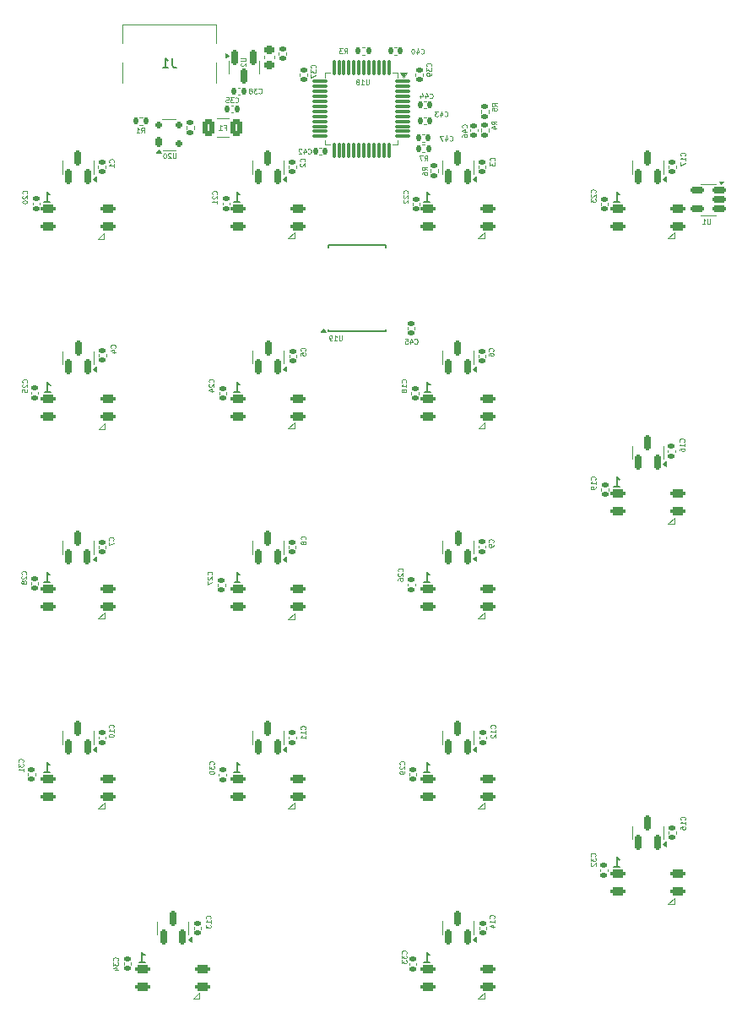
<source format=gbo>
G04 #@! TF.GenerationSoftware,KiCad,Pcbnew,8.0.5*
G04 #@! TF.CreationDate,2024-11-11T15:57:41+01:00*
G04 #@! TF.ProjectId,Klawiatura analogowa,4b6c6177-6961-4747-9572-6120616e616c,rev?*
G04 #@! TF.SameCoordinates,Original*
G04 #@! TF.FileFunction,Legend,Bot*
G04 #@! TF.FilePolarity,Positive*
%FSLAX46Y46*%
G04 Gerber Fmt 4.6, Leading zero omitted, Abs format (unit mm)*
G04 Created by KiCad (PCBNEW 8.0.5) date 2024-11-11 15:57:41*
%MOMM*%
%LPD*%
G01*
G04 APERTURE LIST*
G04 Aperture macros list*
%AMRoundRect*
0 Rectangle with rounded corners*
0 $1 Rounding radius*
0 $2 $3 $4 $5 $6 $7 $8 $9 X,Y pos of 4 corners*
0 Add a 4 corners polygon primitive as box body*
4,1,4,$2,$3,$4,$5,$6,$7,$8,$9,$2,$3,0*
0 Add four circle primitives for the rounded corners*
1,1,$1+$1,$2,$3*
1,1,$1+$1,$4,$5*
1,1,$1+$1,$6,$7*
1,1,$1+$1,$8,$9*
0 Add four rect primitives between the rounded corners*
20,1,$1+$1,$2,$3,$4,$5,0*
20,1,$1+$1,$4,$5,$6,$7,0*
20,1,$1+$1,$6,$7,$8,$9,0*
20,1,$1+$1,$8,$9,$2,$3,0*%
G04 Aperture macros list end*
%ADD10C,0.125000*%
%ADD11C,0.150000*%
%ADD12C,0.120000*%
%ADD13C,0.100000*%
%ADD14R,1.000000X1.000000*%
%ADD15O,1.000000X1.000000*%
%ADD16RoundRect,0.135000X-0.135000X-0.185000X0.135000X-0.185000X0.135000X0.185000X-0.135000X0.185000X0*%
%ADD17RoundRect,0.135000X0.185000X-0.135000X0.185000X0.135000X-0.185000X0.135000X-0.185000X-0.135000X0*%
%ADD18RoundRect,0.140000X-0.140000X-0.170000X0.140000X-0.170000X0.140000X0.170000X-0.140000X0.170000X0*%
%ADD19RoundRect,0.200000X-0.550000X-0.200000X0.550000X-0.200000X0.550000X0.200000X-0.550000X0.200000X0*%
%ADD20C,3.500000*%
%ADD21C,1.701800*%
%ADD22RoundRect,0.150000X-0.150000X0.587500X-0.150000X-0.587500X0.150000X-0.587500X0.150000X0.587500X0*%
%ADD23C,3.048000*%
%ADD24C,3.987800*%
%ADD25RoundRect,0.140000X0.140000X0.170000X-0.140000X0.170000X-0.140000X-0.170000X0.140000X-0.170000X0*%
%ADD26RoundRect,0.140000X-0.170000X0.140000X-0.170000X-0.140000X0.170000X-0.140000X0.170000X0.140000X0*%
%ADD27RoundRect,0.140000X0.170000X-0.140000X0.170000X0.140000X-0.170000X0.140000X-0.170000X-0.140000X0*%
%ADD28RoundRect,0.150000X0.512500X0.150000X-0.512500X0.150000X-0.512500X-0.150000X0.512500X-0.150000X0*%
%ADD29RoundRect,0.150000X-0.200000X-0.150000X0.200000X-0.150000X0.200000X0.150000X-0.200000X0.150000X0*%
%ADD30RoundRect,0.175000X-0.175000X-0.325000X0.175000X-0.325000X0.175000X0.325000X-0.175000X0.325000X0*%
%ADD31RoundRect,0.135000X0.135000X0.185000X-0.135000X0.185000X-0.135000X-0.185000X0.135000X-0.185000X0*%
%ADD32R,1.750000X0.450000*%
%ADD33O,1.000000X2.100000*%
%ADD34O,1.000000X1.600000*%
%ADD35R,0.600000X1.450000*%
%ADD36R,0.300000X1.450000*%
%ADD37C,0.650000*%
%ADD38RoundRect,0.075000X0.075000X0.662500X-0.075000X0.662500X-0.075000X-0.662500X0.075000X-0.662500X0*%
%ADD39RoundRect,0.075000X0.662500X0.075000X-0.662500X0.075000X-0.662500X-0.075000X0.662500X-0.075000X0*%
%ADD40RoundRect,0.250000X-0.375000X-0.625000X0.375000X-0.625000X0.375000X0.625000X-0.375000X0.625000X0*%
%ADD41RoundRect,0.135000X-0.185000X0.135000X-0.185000X-0.135000X0.185000X-0.135000X0.185000X0.135000X0*%
%ADD42RoundRect,0.225000X-0.250000X0.225000X-0.250000X-0.225000X0.250000X-0.225000X0.250000X0.225000X0*%
G04 APERTURE END LIST*
D10*
X151283333Y-51724809D02*
X151449999Y-51486714D01*
X151569047Y-51724809D02*
X151569047Y-51224809D01*
X151569047Y-51224809D02*
X151378571Y-51224809D01*
X151378571Y-51224809D02*
X151330952Y-51248619D01*
X151330952Y-51248619D02*
X151307142Y-51272428D01*
X151307142Y-51272428D02*
X151283333Y-51320047D01*
X151283333Y-51320047D02*
X151283333Y-51391476D01*
X151283333Y-51391476D02*
X151307142Y-51439095D01*
X151307142Y-51439095D02*
X151330952Y-51462904D01*
X151330952Y-51462904D02*
X151378571Y-51486714D01*
X151378571Y-51486714D02*
X151569047Y-51486714D01*
X151116666Y-51224809D02*
X150783333Y-51224809D01*
X150783333Y-51224809D02*
X150997618Y-51724809D01*
X151574809Y-52666666D02*
X151336714Y-52500000D01*
X151574809Y-52380952D02*
X151074809Y-52380952D01*
X151074809Y-52380952D02*
X151074809Y-52571428D01*
X151074809Y-52571428D02*
X151098619Y-52619047D01*
X151098619Y-52619047D02*
X151122428Y-52642857D01*
X151122428Y-52642857D02*
X151170047Y-52666666D01*
X151170047Y-52666666D02*
X151241476Y-52666666D01*
X151241476Y-52666666D02*
X151289095Y-52642857D01*
X151289095Y-52642857D02*
X151312904Y-52619047D01*
X151312904Y-52619047D02*
X151336714Y-52571428D01*
X151336714Y-52571428D02*
X151336714Y-52380952D01*
X151074809Y-53095238D02*
X151074809Y-53000000D01*
X151074809Y-53000000D02*
X151098619Y-52952381D01*
X151098619Y-52952381D02*
X151122428Y-52928571D01*
X151122428Y-52928571D02*
X151193857Y-52880952D01*
X151193857Y-52880952D02*
X151289095Y-52857143D01*
X151289095Y-52857143D02*
X151479571Y-52857143D01*
X151479571Y-52857143D02*
X151527190Y-52880952D01*
X151527190Y-52880952D02*
X151551000Y-52904762D01*
X151551000Y-52904762D02*
X151574809Y-52952381D01*
X151574809Y-52952381D02*
X151574809Y-53047619D01*
X151574809Y-53047619D02*
X151551000Y-53095238D01*
X151551000Y-53095238D02*
X151527190Y-53119047D01*
X151527190Y-53119047D02*
X151479571Y-53142857D01*
X151479571Y-53142857D02*
X151360523Y-53142857D01*
X151360523Y-53142857D02*
X151312904Y-53119047D01*
X151312904Y-53119047D02*
X151289095Y-53095238D01*
X151289095Y-53095238D02*
X151265285Y-53047619D01*
X151265285Y-53047619D02*
X151265285Y-52952381D01*
X151265285Y-52952381D02*
X151289095Y-52904762D01*
X151289095Y-52904762D02*
X151312904Y-52880952D01*
X151312904Y-52880952D02*
X151360523Y-52857143D01*
X153821428Y-49677190D02*
X153845237Y-49701000D01*
X153845237Y-49701000D02*
X153916666Y-49724809D01*
X153916666Y-49724809D02*
X153964285Y-49724809D01*
X153964285Y-49724809D02*
X154035713Y-49701000D01*
X154035713Y-49701000D02*
X154083332Y-49653380D01*
X154083332Y-49653380D02*
X154107142Y-49605761D01*
X154107142Y-49605761D02*
X154130951Y-49510523D01*
X154130951Y-49510523D02*
X154130951Y-49439095D01*
X154130951Y-49439095D02*
X154107142Y-49343857D01*
X154107142Y-49343857D02*
X154083332Y-49296238D01*
X154083332Y-49296238D02*
X154035713Y-49248619D01*
X154035713Y-49248619D02*
X153964285Y-49224809D01*
X153964285Y-49224809D02*
X153916666Y-49224809D01*
X153916666Y-49224809D02*
X153845237Y-49248619D01*
X153845237Y-49248619D02*
X153821428Y-49272428D01*
X153392856Y-49391476D02*
X153392856Y-49724809D01*
X153511904Y-49201000D02*
X153630951Y-49558142D01*
X153630951Y-49558142D02*
X153321428Y-49558142D01*
X153178571Y-49224809D02*
X152845238Y-49224809D01*
X152845238Y-49224809D02*
X153059523Y-49724809D01*
D11*
X113164285Y-55844819D02*
X113735713Y-55844819D01*
X113449999Y-55844819D02*
X113449999Y-54844819D01*
X113449999Y-54844819D02*
X113545237Y-54987676D01*
X113545237Y-54987676D02*
X113640475Y-55082914D01*
X113640475Y-55082914D02*
X113735713Y-55130533D01*
X151271785Y-55834319D02*
X151843213Y-55834319D01*
X151557499Y-55834319D02*
X151557499Y-54834319D01*
X151557499Y-54834319D02*
X151652737Y-54977176D01*
X151652737Y-54977176D02*
X151747975Y-55072414D01*
X151747975Y-55072414D02*
X151843213Y-55120033D01*
X113171785Y-112984319D02*
X113743213Y-112984319D01*
X113457499Y-112984319D02*
X113457499Y-111984319D01*
X113457499Y-111984319D02*
X113552737Y-112127176D01*
X113552737Y-112127176D02*
X113647975Y-112222414D01*
X113647975Y-112222414D02*
X113743213Y-112270033D01*
X151271785Y-112984319D02*
X151843213Y-112984319D01*
X151557499Y-112984319D02*
X151557499Y-111984319D01*
X151557499Y-111984319D02*
X151652737Y-112127176D01*
X151652737Y-112127176D02*
X151747975Y-112222414D01*
X151747975Y-112222414D02*
X151843213Y-112270033D01*
X151271785Y-93934319D02*
X151843213Y-93934319D01*
X151557499Y-93934319D02*
X151557499Y-92934319D01*
X151557499Y-92934319D02*
X151652737Y-93077176D01*
X151652737Y-93077176D02*
X151747975Y-93172414D01*
X151747975Y-93172414D02*
X151843213Y-93220033D01*
X132221785Y-55834319D02*
X132793213Y-55834319D01*
X132507499Y-55834319D02*
X132507499Y-54834319D01*
X132507499Y-54834319D02*
X132602737Y-54977176D01*
X132602737Y-54977176D02*
X132697975Y-55072414D01*
X132697975Y-55072414D02*
X132793213Y-55120033D01*
X132231785Y-93944319D02*
X132803213Y-93944319D01*
X132517499Y-93944319D02*
X132517499Y-92944319D01*
X132517499Y-92944319D02*
X132612737Y-93087176D01*
X132612737Y-93087176D02*
X132707975Y-93182414D01*
X132707975Y-93182414D02*
X132803213Y-93230033D01*
X122684285Y-132023069D02*
X123255713Y-132023069D01*
X122969999Y-132023069D02*
X122969999Y-131023069D01*
X122969999Y-131023069D02*
X123065237Y-131165926D01*
X123065237Y-131165926D02*
X123160475Y-131261164D01*
X123160475Y-131261164D02*
X123255713Y-131308783D01*
X170321785Y-122509319D02*
X170893213Y-122509319D01*
X170607499Y-122509319D02*
X170607499Y-121509319D01*
X170607499Y-121509319D02*
X170702737Y-121652176D01*
X170702737Y-121652176D02*
X170797975Y-121747414D01*
X170797975Y-121747414D02*
X170893213Y-121795033D01*
X132221785Y-74884319D02*
X132793213Y-74884319D01*
X132507499Y-74884319D02*
X132507499Y-73884319D01*
X132507499Y-73884319D02*
X132602737Y-74027176D01*
X132602737Y-74027176D02*
X132697975Y-74122414D01*
X132697975Y-74122414D02*
X132793213Y-74170033D01*
X170321785Y-55834319D02*
X170893213Y-55834319D01*
X170607499Y-55834319D02*
X170607499Y-54834319D01*
X170607499Y-54834319D02*
X170702737Y-54977176D01*
X170702737Y-54977176D02*
X170797975Y-55072414D01*
X170797975Y-55072414D02*
X170893213Y-55120033D01*
X151296785Y-74886319D02*
X151868213Y-74886319D01*
X151582499Y-74886319D02*
X151582499Y-73886319D01*
X151582499Y-73886319D02*
X151677737Y-74029176D01*
X151677737Y-74029176D02*
X151772975Y-74124414D01*
X151772975Y-74124414D02*
X151868213Y-74172033D01*
X113194285Y-74904819D02*
X113765713Y-74904819D01*
X113479999Y-74904819D02*
X113479999Y-73904819D01*
X113479999Y-73904819D02*
X113575237Y-74047676D01*
X113575237Y-74047676D02*
X113670475Y-74142914D01*
X113670475Y-74142914D02*
X113765713Y-74190533D01*
X151271785Y-132034319D02*
X151843213Y-132034319D01*
X151557499Y-132034319D02*
X151557499Y-131034319D01*
X151557499Y-131034319D02*
X151652737Y-131177176D01*
X151652737Y-131177176D02*
X151747975Y-131272414D01*
X151747975Y-131272414D02*
X151843213Y-131320033D01*
X170321785Y-84409319D02*
X170893213Y-84409319D01*
X170607499Y-84409319D02*
X170607499Y-83409319D01*
X170607499Y-83409319D02*
X170702737Y-83552176D01*
X170702737Y-83552176D02*
X170797975Y-83647414D01*
X170797975Y-83647414D02*
X170893213Y-83695033D01*
X132221785Y-112984319D02*
X132793213Y-112984319D01*
X132507499Y-112984319D02*
X132507499Y-111984319D01*
X132507499Y-111984319D02*
X132602737Y-112127176D01*
X132602737Y-112127176D02*
X132697975Y-112222414D01*
X132697975Y-112222414D02*
X132793213Y-112270033D01*
X113171785Y-93934319D02*
X113743213Y-93934319D01*
X113457499Y-93934319D02*
X113457499Y-92934319D01*
X113457499Y-92934319D02*
X113552737Y-93077176D01*
X113552737Y-93077176D02*
X113647975Y-93172414D01*
X113647975Y-93172414D02*
X113743213Y-93220033D01*
D10*
X139621428Y-50977190D02*
X139645237Y-51001000D01*
X139645237Y-51001000D02*
X139716666Y-51024809D01*
X139716666Y-51024809D02*
X139764285Y-51024809D01*
X139764285Y-51024809D02*
X139835713Y-51001000D01*
X139835713Y-51001000D02*
X139883332Y-50953380D01*
X139883332Y-50953380D02*
X139907142Y-50905761D01*
X139907142Y-50905761D02*
X139930951Y-50810523D01*
X139930951Y-50810523D02*
X139930951Y-50739095D01*
X139930951Y-50739095D02*
X139907142Y-50643857D01*
X139907142Y-50643857D02*
X139883332Y-50596238D01*
X139883332Y-50596238D02*
X139835713Y-50548619D01*
X139835713Y-50548619D02*
X139764285Y-50524809D01*
X139764285Y-50524809D02*
X139716666Y-50524809D01*
X139716666Y-50524809D02*
X139645237Y-50548619D01*
X139645237Y-50548619D02*
X139621428Y-50572428D01*
X139192856Y-50691476D02*
X139192856Y-51024809D01*
X139311904Y-50501000D02*
X139430951Y-50858142D01*
X139430951Y-50858142D02*
X139121428Y-50858142D01*
X138954761Y-50572428D02*
X138930952Y-50548619D01*
X138930952Y-50548619D02*
X138883333Y-50524809D01*
X138883333Y-50524809D02*
X138764285Y-50524809D01*
X138764285Y-50524809D02*
X138716666Y-50548619D01*
X138716666Y-50548619D02*
X138692857Y-50572428D01*
X138692857Y-50572428D02*
X138669047Y-50620047D01*
X138669047Y-50620047D02*
X138669047Y-50667666D01*
X138669047Y-50667666D02*
X138692857Y-50739095D01*
X138692857Y-50739095D02*
X138978571Y-51024809D01*
X138978571Y-51024809D02*
X138669047Y-51024809D01*
X130464690Y-55078571D02*
X130488500Y-55054762D01*
X130488500Y-55054762D02*
X130512309Y-54983333D01*
X130512309Y-54983333D02*
X130512309Y-54935714D01*
X130512309Y-54935714D02*
X130488500Y-54864286D01*
X130488500Y-54864286D02*
X130440880Y-54816667D01*
X130440880Y-54816667D02*
X130393261Y-54792857D01*
X130393261Y-54792857D02*
X130298023Y-54769048D01*
X130298023Y-54769048D02*
X130226595Y-54769048D01*
X130226595Y-54769048D02*
X130131357Y-54792857D01*
X130131357Y-54792857D02*
X130083738Y-54816667D01*
X130083738Y-54816667D02*
X130036119Y-54864286D01*
X130036119Y-54864286D02*
X130012309Y-54935714D01*
X130012309Y-54935714D02*
X130012309Y-54983333D01*
X130012309Y-54983333D02*
X130036119Y-55054762D01*
X130036119Y-55054762D02*
X130059928Y-55078571D01*
X130059928Y-55269048D02*
X130036119Y-55292857D01*
X130036119Y-55292857D02*
X130012309Y-55340476D01*
X130012309Y-55340476D02*
X130012309Y-55459524D01*
X130012309Y-55459524D02*
X130036119Y-55507143D01*
X130036119Y-55507143D02*
X130059928Y-55530952D01*
X130059928Y-55530952D02*
X130107547Y-55554762D01*
X130107547Y-55554762D02*
X130155166Y-55554762D01*
X130155166Y-55554762D02*
X130226595Y-55530952D01*
X130226595Y-55530952D02*
X130512309Y-55245238D01*
X130512309Y-55245238D02*
X130512309Y-55554762D01*
X130512309Y-56030952D02*
X130512309Y-55745238D01*
X130512309Y-55888095D02*
X130012309Y-55888095D01*
X130012309Y-55888095D02*
X130083738Y-55840476D01*
X130083738Y-55840476D02*
X130131357Y-55792857D01*
X130131357Y-55792857D02*
X130155166Y-55745238D01*
X151952190Y-42253571D02*
X151976000Y-42229762D01*
X151976000Y-42229762D02*
X151999809Y-42158333D01*
X151999809Y-42158333D02*
X151999809Y-42110714D01*
X151999809Y-42110714D02*
X151976000Y-42039286D01*
X151976000Y-42039286D02*
X151928380Y-41991667D01*
X151928380Y-41991667D02*
X151880761Y-41967857D01*
X151880761Y-41967857D02*
X151785523Y-41944048D01*
X151785523Y-41944048D02*
X151714095Y-41944048D01*
X151714095Y-41944048D02*
X151618857Y-41967857D01*
X151618857Y-41967857D02*
X151571238Y-41991667D01*
X151571238Y-41991667D02*
X151523619Y-42039286D01*
X151523619Y-42039286D02*
X151499809Y-42110714D01*
X151499809Y-42110714D02*
X151499809Y-42158333D01*
X151499809Y-42158333D02*
X151523619Y-42229762D01*
X151523619Y-42229762D02*
X151547428Y-42253571D01*
X151499809Y-42420238D02*
X151499809Y-42729762D01*
X151499809Y-42729762D02*
X151690285Y-42563095D01*
X151690285Y-42563095D02*
X151690285Y-42634524D01*
X151690285Y-42634524D02*
X151714095Y-42682143D01*
X151714095Y-42682143D02*
X151737904Y-42705952D01*
X151737904Y-42705952D02*
X151785523Y-42729762D01*
X151785523Y-42729762D02*
X151904571Y-42729762D01*
X151904571Y-42729762D02*
X151952190Y-42705952D01*
X151952190Y-42705952D02*
X151976000Y-42682143D01*
X151976000Y-42682143D02*
X151999809Y-42634524D01*
X151999809Y-42634524D02*
X151999809Y-42491667D01*
X151999809Y-42491667D02*
X151976000Y-42444048D01*
X151976000Y-42444048D02*
X151952190Y-42420238D01*
X151999809Y-42967857D02*
X151999809Y-43063095D01*
X151999809Y-43063095D02*
X151976000Y-43110714D01*
X151976000Y-43110714D02*
X151952190Y-43134523D01*
X151952190Y-43134523D02*
X151880761Y-43182142D01*
X151880761Y-43182142D02*
X151785523Y-43205952D01*
X151785523Y-43205952D02*
X151595047Y-43205952D01*
X151595047Y-43205952D02*
X151547428Y-43182142D01*
X151547428Y-43182142D02*
X151523619Y-43158333D01*
X151523619Y-43158333D02*
X151499809Y-43110714D01*
X151499809Y-43110714D02*
X151499809Y-43015476D01*
X151499809Y-43015476D02*
X151523619Y-42967857D01*
X151523619Y-42967857D02*
X151547428Y-42944047D01*
X151547428Y-42944047D02*
X151595047Y-42920238D01*
X151595047Y-42920238D02*
X151714095Y-42920238D01*
X151714095Y-42920238D02*
X151761714Y-42944047D01*
X151761714Y-42944047D02*
X151785523Y-42967857D01*
X151785523Y-42967857D02*
X151809333Y-43015476D01*
X151809333Y-43015476D02*
X151809333Y-43110714D01*
X151809333Y-43110714D02*
X151785523Y-43158333D01*
X151785523Y-43158333D02*
X151761714Y-43182142D01*
X151761714Y-43182142D02*
X151714095Y-43205952D01*
X150946428Y-40952190D02*
X150970237Y-40976000D01*
X150970237Y-40976000D02*
X151041666Y-40999809D01*
X151041666Y-40999809D02*
X151089285Y-40999809D01*
X151089285Y-40999809D02*
X151160713Y-40976000D01*
X151160713Y-40976000D02*
X151208332Y-40928380D01*
X151208332Y-40928380D02*
X151232142Y-40880761D01*
X151232142Y-40880761D02*
X151255951Y-40785523D01*
X151255951Y-40785523D02*
X151255951Y-40714095D01*
X151255951Y-40714095D02*
X151232142Y-40618857D01*
X151232142Y-40618857D02*
X151208332Y-40571238D01*
X151208332Y-40571238D02*
X151160713Y-40523619D01*
X151160713Y-40523619D02*
X151089285Y-40499809D01*
X151089285Y-40499809D02*
X151041666Y-40499809D01*
X151041666Y-40499809D02*
X150970237Y-40523619D01*
X150970237Y-40523619D02*
X150946428Y-40547428D01*
X150517856Y-40666476D02*
X150517856Y-40999809D01*
X150636904Y-40476000D02*
X150755951Y-40833142D01*
X150755951Y-40833142D02*
X150446428Y-40833142D01*
X150160714Y-40499809D02*
X150113095Y-40499809D01*
X150113095Y-40499809D02*
X150065476Y-40523619D01*
X150065476Y-40523619D02*
X150041666Y-40547428D01*
X150041666Y-40547428D02*
X150017857Y-40595047D01*
X150017857Y-40595047D02*
X149994047Y-40690285D01*
X149994047Y-40690285D02*
X149994047Y-40809333D01*
X149994047Y-40809333D02*
X150017857Y-40904571D01*
X150017857Y-40904571D02*
X150041666Y-40952190D01*
X150041666Y-40952190D02*
X150065476Y-40976000D01*
X150065476Y-40976000D02*
X150113095Y-40999809D01*
X150113095Y-40999809D02*
X150160714Y-40999809D01*
X150160714Y-40999809D02*
X150208333Y-40976000D01*
X150208333Y-40976000D02*
X150232142Y-40952190D01*
X150232142Y-40952190D02*
X150255952Y-40904571D01*
X150255952Y-40904571D02*
X150279761Y-40809333D01*
X150279761Y-40809333D02*
X150279761Y-40690285D01*
X150279761Y-40690285D02*
X150255952Y-40595047D01*
X150255952Y-40595047D02*
X150232142Y-40547428D01*
X150232142Y-40547428D02*
X150208333Y-40523619D01*
X150208333Y-40523619D02*
X150160714Y-40499809D01*
X129967190Y-93228571D02*
X129991000Y-93204762D01*
X129991000Y-93204762D02*
X130014809Y-93133333D01*
X130014809Y-93133333D02*
X130014809Y-93085714D01*
X130014809Y-93085714D02*
X129991000Y-93014286D01*
X129991000Y-93014286D02*
X129943380Y-92966667D01*
X129943380Y-92966667D02*
X129895761Y-92942857D01*
X129895761Y-92942857D02*
X129800523Y-92919048D01*
X129800523Y-92919048D02*
X129729095Y-92919048D01*
X129729095Y-92919048D02*
X129633857Y-92942857D01*
X129633857Y-92942857D02*
X129586238Y-92966667D01*
X129586238Y-92966667D02*
X129538619Y-93014286D01*
X129538619Y-93014286D02*
X129514809Y-93085714D01*
X129514809Y-93085714D02*
X129514809Y-93133333D01*
X129514809Y-93133333D02*
X129538619Y-93204762D01*
X129538619Y-93204762D02*
X129562428Y-93228571D01*
X129562428Y-93419048D02*
X129538619Y-93442857D01*
X129538619Y-93442857D02*
X129514809Y-93490476D01*
X129514809Y-93490476D02*
X129514809Y-93609524D01*
X129514809Y-93609524D02*
X129538619Y-93657143D01*
X129538619Y-93657143D02*
X129562428Y-93680952D01*
X129562428Y-93680952D02*
X129610047Y-93704762D01*
X129610047Y-93704762D02*
X129657666Y-93704762D01*
X129657666Y-93704762D02*
X129729095Y-93680952D01*
X129729095Y-93680952D02*
X130014809Y-93395238D01*
X130014809Y-93395238D02*
X130014809Y-93704762D01*
X129514809Y-93871428D02*
X129514809Y-94204761D01*
X129514809Y-94204761D02*
X130014809Y-93990476D01*
X179943452Y-57542309D02*
X179943452Y-57947071D01*
X179943452Y-57947071D02*
X179919642Y-57994690D01*
X179919642Y-57994690D02*
X179895833Y-58018500D01*
X179895833Y-58018500D02*
X179848214Y-58042309D01*
X179848214Y-58042309D02*
X179752976Y-58042309D01*
X179752976Y-58042309D02*
X179705357Y-58018500D01*
X179705357Y-58018500D02*
X179681547Y-57994690D01*
X179681547Y-57994690D02*
X179657738Y-57947071D01*
X179657738Y-57947071D02*
X179657738Y-57542309D01*
X179157737Y-58042309D02*
X179443451Y-58042309D01*
X179300594Y-58042309D02*
X179300594Y-57542309D01*
X179300594Y-57542309D02*
X179348213Y-57613738D01*
X179348213Y-57613738D02*
X179395832Y-57661357D01*
X179395832Y-57661357D02*
X179443451Y-57685166D01*
X126369047Y-50974809D02*
X126369047Y-51379571D01*
X126369047Y-51379571D02*
X126345237Y-51427190D01*
X126345237Y-51427190D02*
X126321428Y-51451000D01*
X126321428Y-51451000D02*
X126273809Y-51474809D01*
X126273809Y-51474809D02*
X126178571Y-51474809D01*
X126178571Y-51474809D02*
X126130952Y-51451000D01*
X126130952Y-51451000D02*
X126107142Y-51427190D01*
X126107142Y-51427190D02*
X126083333Y-51379571D01*
X126083333Y-51379571D02*
X126083333Y-50974809D01*
X125869046Y-51022428D02*
X125845237Y-50998619D01*
X125845237Y-50998619D02*
X125797618Y-50974809D01*
X125797618Y-50974809D02*
X125678570Y-50974809D01*
X125678570Y-50974809D02*
X125630951Y-50998619D01*
X125630951Y-50998619D02*
X125607142Y-51022428D01*
X125607142Y-51022428D02*
X125583332Y-51070047D01*
X125583332Y-51070047D02*
X125583332Y-51117666D01*
X125583332Y-51117666D02*
X125607142Y-51189095D01*
X125607142Y-51189095D02*
X125892856Y-51474809D01*
X125892856Y-51474809D02*
X125583332Y-51474809D01*
X125273809Y-50974809D02*
X125226190Y-50974809D01*
X125226190Y-50974809D02*
X125178571Y-50998619D01*
X125178571Y-50998619D02*
X125154761Y-51022428D01*
X125154761Y-51022428D02*
X125130952Y-51070047D01*
X125130952Y-51070047D02*
X125107142Y-51165285D01*
X125107142Y-51165285D02*
X125107142Y-51284333D01*
X125107142Y-51284333D02*
X125130952Y-51379571D01*
X125130952Y-51379571D02*
X125154761Y-51427190D01*
X125154761Y-51427190D02*
X125178571Y-51451000D01*
X125178571Y-51451000D02*
X125226190Y-51474809D01*
X125226190Y-51474809D02*
X125273809Y-51474809D01*
X125273809Y-51474809D02*
X125321428Y-51451000D01*
X125321428Y-51451000D02*
X125345237Y-51427190D01*
X125345237Y-51427190D02*
X125369047Y-51379571D01*
X125369047Y-51379571D02*
X125392856Y-51284333D01*
X125392856Y-51284333D02*
X125392856Y-51165285D01*
X125392856Y-51165285D02*
X125369047Y-51070047D01*
X125369047Y-51070047D02*
X125345237Y-51022428D01*
X125345237Y-51022428D02*
X125321428Y-50998619D01*
X125321428Y-50998619D02*
X125273809Y-50974809D01*
X143233333Y-40974809D02*
X143399999Y-40736714D01*
X143519047Y-40974809D02*
X143519047Y-40474809D01*
X143519047Y-40474809D02*
X143328571Y-40474809D01*
X143328571Y-40474809D02*
X143280952Y-40498619D01*
X143280952Y-40498619D02*
X143257142Y-40522428D01*
X143257142Y-40522428D02*
X143233333Y-40570047D01*
X143233333Y-40570047D02*
X143233333Y-40641476D01*
X143233333Y-40641476D02*
X143257142Y-40689095D01*
X143257142Y-40689095D02*
X143280952Y-40712904D01*
X143280952Y-40712904D02*
X143328571Y-40736714D01*
X143328571Y-40736714D02*
X143519047Y-40736714D01*
X143066666Y-40474809D02*
X142757142Y-40474809D01*
X142757142Y-40474809D02*
X142923809Y-40665285D01*
X142923809Y-40665285D02*
X142852380Y-40665285D01*
X142852380Y-40665285D02*
X142804761Y-40689095D01*
X142804761Y-40689095D02*
X142780952Y-40712904D01*
X142780952Y-40712904D02*
X142757142Y-40760523D01*
X142757142Y-40760523D02*
X142757142Y-40879571D01*
X142757142Y-40879571D02*
X142780952Y-40927190D01*
X142780952Y-40927190D02*
X142804761Y-40951000D01*
X142804761Y-40951000D02*
X142852380Y-40974809D01*
X142852380Y-40974809D02*
X142995237Y-40974809D01*
X142995237Y-40974809D02*
X143042856Y-40951000D01*
X143042856Y-40951000D02*
X143066666Y-40927190D01*
X153321428Y-47227190D02*
X153345237Y-47251000D01*
X153345237Y-47251000D02*
X153416666Y-47274809D01*
X153416666Y-47274809D02*
X153464285Y-47274809D01*
X153464285Y-47274809D02*
X153535713Y-47251000D01*
X153535713Y-47251000D02*
X153583332Y-47203380D01*
X153583332Y-47203380D02*
X153607142Y-47155761D01*
X153607142Y-47155761D02*
X153630951Y-47060523D01*
X153630951Y-47060523D02*
X153630951Y-46989095D01*
X153630951Y-46989095D02*
X153607142Y-46893857D01*
X153607142Y-46893857D02*
X153583332Y-46846238D01*
X153583332Y-46846238D02*
X153535713Y-46798619D01*
X153535713Y-46798619D02*
X153464285Y-46774809D01*
X153464285Y-46774809D02*
X153416666Y-46774809D01*
X153416666Y-46774809D02*
X153345237Y-46798619D01*
X153345237Y-46798619D02*
X153321428Y-46822428D01*
X152892856Y-46941476D02*
X152892856Y-47274809D01*
X153011904Y-46751000D02*
X153130951Y-47108142D01*
X153130951Y-47108142D02*
X152821428Y-47108142D01*
X152678571Y-46774809D02*
X152369047Y-46774809D01*
X152369047Y-46774809D02*
X152535714Y-46965285D01*
X152535714Y-46965285D02*
X152464285Y-46965285D01*
X152464285Y-46965285D02*
X152416666Y-46989095D01*
X152416666Y-46989095D02*
X152392857Y-47012904D01*
X152392857Y-47012904D02*
X152369047Y-47060523D01*
X152369047Y-47060523D02*
X152369047Y-47179571D01*
X152369047Y-47179571D02*
X152392857Y-47227190D01*
X152392857Y-47227190D02*
X152416666Y-47251000D01*
X152416666Y-47251000D02*
X152464285Y-47274809D01*
X152464285Y-47274809D02*
X152607142Y-47274809D01*
X152607142Y-47274809D02*
X152654761Y-47251000D01*
X152654761Y-47251000D02*
X152678571Y-47227190D01*
X168414690Y-54911071D02*
X168438500Y-54887262D01*
X168438500Y-54887262D02*
X168462309Y-54815833D01*
X168462309Y-54815833D02*
X168462309Y-54768214D01*
X168462309Y-54768214D02*
X168438500Y-54696786D01*
X168438500Y-54696786D02*
X168390880Y-54649167D01*
X168390880Y-54649167D02*
X168343261Y-54625357D01*
X168343261Y-54625357D02*
X168248023Y-54601548D01*
X168248023Y-54601548D02*
X168176595Y-54601548D01*
X168176595Y-54601548D02*
X168081357Y-54625357D01*
X168081357Y-54625357D02*
X168033738Y-54649167D01*
X168033738Y-54649167D02*
X167986119Y-54696786D01*
X167986119Y-54696786D02*
X167962309Y-54768214D01*
X167962309Y-54768214D02*
X167962309Y-54815833D01*
X167962309Y-54815833D02*
X167986119Y-54887262D01*
X167986119Y-54887262D02*
X168009928Y-54911071D01*
X168009928Y-55101548D02*
X167986119Y-55125357D01*
X167986119Y-55125357D02*
X167962309Y-55172976D01*
X167962309Y-55172976D02*
X167962309Y-55292024D01*
X167962309Y-55292024D02*
X167986119Y-55339643D01*
X167986119Y-55339643D02*
X168009928Y-55363452D01*
X168009928Y-55363452D02*
X168057547Y-55387262D01*
X168057547Y-55387262D02*
X168105166Y-55387262D01*
X168105166Y-55387262D02*
X168176595Y-55363452D01*
X168176595Y-55363452D02*
X168462309Y-55077738D01*
X168462309Y-55077738D02*
X168462309Y-55387262D01*
X167962309Y-55553928D02*
X167962309Y-55863452D01*
X167962309Y-55863452D02*
X168152785Y-55696785D01*
X168152785Y-55696785D02*
X168152785Y-55768214D01*
X168152785Y-55768214D02*
X168176595Y-55815833D01*
X168176595Y-55815833D02*
X168200404Y-55839642D01*
X168200404Y-55839642D02*
X168248023Y-55863452D01*
X168248023Y-55863452D02*
X168367071Y-55863452D01*
X168367071Y-55863452D02*
X168414690Y-55839642D01*
X168414690Y-55839642D02*
X168438500Y-55815833D01*
X168438500Y-55815833D02*
X168462309Y-55768214D01*
X168462309Y-55768214D02*
X168462309Y-55625357D01*
X168462309Y-55625357D02*
X168438500Y-55577738D01*
X168438500Y-55577738D02*
X168414690Y-55553928D01*
X130117190Y-73914071D02*
X130141000Y-73890262D01*
X130141000Y-73890262D02*
X130164809Y-73818833D01*
X130164809Y-73818833D02*
X130164809Y-73771214D01*
X130164809Y-73771214D02*
X130141000Y-73699786D01*
X130141000Y-73699786D02*
X130093380Y-73652167D01*
X130093380Y-73652167D02*
X130045761Y-73628357D01*
X130045761Y-73628357D02*
X129950523Y-73604548D01*
X129950523Y-73604548D02*
X129879095Y-73604548D01*
X129879095Y-73604548D02*
X129783857Y-73628357D01*
X129783857Y-73628357D02*
X129736238Y-73652167D01*
X129736238Y-73652167D02*
X129688619Y-73699786D01*
X129688619Y-73699786D02*
X129664809Y-73771214D01*
X129664809Y-73771214D02*
X129664809Y-73818833D01*
X129664809Y-73818833D02*
X129688619Y-73890262D01*
X129688619Y-73890262D02*
X129712428Y-73914071D01*
X129712428Y-74104548D02*
X129688619Y-74128357D01*
X129688619Y-74128357D02*
X129664809Y-74175976D01*
X129664809Y-74175976D02*
X129664809Y-74295024D01*
X129664809Y-74295024D02*
X129688619Y-74342643D01*
X129688619Y-74342643D02*
X129712428Y-74366452D01*
X129712428Y-74366452D02*
X129760047Y-74390262D01*
X129760047Y-74390262D02*
X129807666Y-74390262D01*
X129807666Y-74390262D02*
X129879095Y-74366452D01*
X129879095Y-74366452D02*
X130164809Y-74080738D01*
X130164809Y-74080738D02*
X130164809Y-74390262D01*
X129831476Y-74818833D02*
X130164809Y-74818833D01*
X129641000Y-74699785D02*
X129998142Y-74580738D01*
X129998142Y-74580738D02*
X129998142Y-74890261D01*
X139277190Y-51816666D02*
X139301000Y-51792857D01*
X139301000Y-51792857D02*
X139324809Y-51721428D01*
X139324809Y-51721428D02*
X139324809Y-51673809D01*
X139324809Y-51673809D02*
X139301000Y-51602381D01*
X139301000Y-51602381D02*
X139253380Y-51554762D01*
X139253380Y-51554762D02*
X139205761Y-51530952D01*
X139205761Y-51530952D02*
X139110523Y-51507143D01*
X139110523Y-51507143D02*
X139039095Y-51507143D01*
X139039095Y-51507143D02*
X138943857Y-51530952D01*
X138943857Y-51530952D02*
X138896238Y-51554762D01*
X138896238Y-51554762D02*
X138848619Y-51602381D01*
X138848619Y-51602381D02*
X138824809Y-51673809D01*
X138824809Y-51673809D02*
X138824809Y-51721428D01*
X138824809Y-51721428D02*
X138848619Y-51792857D01*
X138848619Y-51792857D02*
X138872428Y-51816666D01*
X138872428Y-52007143D02*
X138848619Y-52030952D01*
X138848619Y-52030952D02*
X138824809Y-52078571D01*
X138824809Y-52078571D02*
X138824809Y-52197619D01*
X138824809Y-52197619D02*
X138848619Y-52245238D01*
X138848619Y-52245238D02*
X138872428Y-52269047D01*
X138872428Y-52269047D02*
X138920047Y-52292857D01*
X138920047Y-52292857D02*
X138967666Y-52292857D01*
X138967666Y-52292857D02*
X139039095Y-52269047D01*
X139039095Y-52269047D02*
X139324809Y-51983333D01*
X139324809Y-51983333D02*
X139324809Y-52292857D01*
X120119690Y-51877166D02*
X120143500Y-51853357D01*
X120143500Y-51853357D02*
X120167309Y-51781928D01*
X120167309Y-51781928D02*
X120167309Y-51734309D01*
X120167309Y-51734309D02*
X120143500Y-51662881D01*
X120143500Y-51662881D02*
X120095880Y-51615262D01*
X120095880Y-51615262D02*
X120048261Y-51591452D01*
X120048261Y-51591452D02*
X119953023Y-51567643D01*
X119953023Y-51567643D02*
X119881595Y-51567643D01*
X119881595Y-51567643D02*
X119786357Y-51591452D01*
X119786357Y-51591452D02*
X119738738Y-51615262D01*
X119738738Y-51615262D02*
X119691119Y-51662881D01*
X119691119Y-51662881D02*
X119667309Y-51734309D01*
X119667309Y-51734309D02*
X119667309Y-51781928D01*
X119667309Y-51781928D02*
X119691119Y-51853357D01*
X119691119Y-51853357D02*
X119714928Y-51877166D01*
X120167309Y-52353357D02*
X120167309Y-52067643D01*
X120167309Y-52210500D02*
X119667309Y-52210500D01*
X119667309Y-52210500D02*
X119738738Y-52162881D01*
X119738738Y-52162881D02*
X119786357Y-52115262D01*
X119786357Y-52115262D02*
X119810166Y-52067643D01*
X140352190Y-42403571D02*
X140376000Y-42379762D01*
X140376000Y-42379762D02*
X140399809Y-42308333D01*
X140399809Y-42308333D02*
X140399809Y-42260714D01*
X140399809Y-42260714D02*
X140376000Y-42189286D01*
X140376000Y-42189286D02*
X140328380Y-42141667D01*
X140328380Y-42141667D02*
X140280761Y-42117857D01*
X140280761Y-42117857D02*
X140185523Y-42094048D01*
X140185523Y-42094048D02*
X140114095Y-42094048D01*
X140114095Y-42094048D02*
X140018857Y-42117857D01*
X140018857Y-42117857D02*
X139971238Y-42141667D01*
X139971238Y-42141667D02*
X139923619Y-42189286D01*
X139923619Y-42189286D02*
X139899809Y-42260714D01*
X139899809Y-42260714D02*
X139899809Y-42308333D01*
X139899809Y-42308333D02*
X139923619Y-42379762D01*
X139923619Y-42379762D02*
X139947428Y-42403571D01*
X139899809Y-42570238D02*
X139899809Y-42879762D01*
X139899809Y-42879762D02*
X140090285Y-42713095D01*
X140090285Y-42713095D02*
X140090285Y-42784524D01*
X140090285Y-42784524D02*
X140114095Y-42832143D01*
X140114095Y-42832143D02*
X140137904Y-42855952D01*
X140137904Y-42855952D02*
X140185523Y-42879762D01*
X140185523Y-42879762D02*
X140304571Y-42879762D01*
X140304571Y-42879762D02*
X140352190Y-42855952D01*
X140352190Y-42855952D02*
X140376000Y-42832143D01*
X140376000Y-42832143D02*
X140399809Y-42784524D01*
X140399809Y-42784524D02*
X140399809Y-42641667D01*
X140399809Y-42641667D02*
X140376000Y-42594048D01*
X140376000Y-42594048D02*
X140352190Y-42570238D01*
X139899809Y-43046428D02*
X139899809Y-43379761D01*
X139899809Y-43379761D02*
X140399809Y-43165476D01*
X168414690Y-121428571D02*
X168438500Y-121404762D01*
X168438500Y-121404762D02*
X168462309Y-121333333D01*
X168462309Y-121333333D02*
X168462309Y-121285714D01*
X168462309Y-121285714D02*
X168438500Y-121214286D01*
X168438500Y-121214286D02*
X168390880Y-121166667D01*
X168390880Y-121166667D02*
X168343261Y-121142857D01*
X168343261Y-121142857D02*
X168248023Y-121119048D01*
X168248023Y-121119048D02*
X168176595Y-121119048D01*
X168176595Y-121119048D02*
X168081357Y-121142857D01*
X168081357Y-121142857D02*
X168033738Y-121166667D01*
X168033738Y-121166667D02*
X167986119Y-121214286D01*
X167986119Y-121214286D02*
X167962309Y-121285714D01*
X167962309Y-121285714D02*
X167962309Y-121333333D01*
X167962309Y-121333333D02*
X167986119Y-121404762D01*
X167986119Y-121404762D02*
X168009928Y-121428571D01*
X167962309Y-121595238D02*
X167962309Y-121904762D01*
X167962309Y-121904762D02*
X168152785Y-121738095D01*
X168152785Y-121738095D02*
X168152785Y-121809524D01*
X168152785Y-121809524D02*
X168176595Y-121857143D01*
X168176595Y-121857143D02*
X168200404Y-121880952D01*
X168200404Y-121880952D02*
X168248023Y-121904762D01*
X168248023Y-121904762D02*
X168367071Y-121904762D01*
X168367071Y-121904762D02*
X168414690Y-121880952D01*
X168414690Y-121880952D02*
X168438500Y-121857143D01*
X168438500Y-121857143D02*
X168462309Y-121809524D01*
X168462309Y-121809524D02*
X168462309Y-121666667D01*
X168462309Y-121666667D02*
X168438500Y-121619048D01*
X168438500Y-121619048D02*
X168414690Y-121595238D01*
X168009928Y-122095238D02*
X167986119Y-122119047D01*
X167986119Y-122119047D02*
X167962309Y-122166666D01*
X167962309Y-122166666D02*
X167962309Y-122285714D01*
X167962309Y-122285714D02*
X167986119Y-122333333D01*
X167986119Y-122333333D02*
X168009928Y-122357142D01*
X168009928Y-122357142D02*
X168057547Y-122380952D01*
X168057547Y-122380952D02*
X168105166Y-122380952D01*
X168105166Y-122380952D02*
X168176595Y-122357142D01*
X168176595Y-122357142D02*
X168462309Y-122071428D01*
X168462309Y-122071428D02*
X168462309Y-122380952D01*
X143019047Y-69224809D02*
X143019047Y-69629571D01*
X143019047Y-69629571D02*
X142995237Y-69677190D01*
X142995237Y-69677190D02*
X142971428Y-69701000D01*
X142971428Y-69701000D02*
X142923809Y-69724809D01*
X142923809Y-69724809D02*
X142828571Y-69724809D01*
X142828571Y-69724809D02*
X142780952Y-69701000D01*
X142780952Y-69701000D02*
X142757142Y-69677190D01*
X142757142Y-69677190D02*
X142733333Y-69629571D01*
X142733333Y-69629571D02*
X142733333Y-69224809D01*
X142233332Y-69724809D02*
X142519046Y-69724809D01*
X142376189Y-69724809D02*
X142376189Y-69224809D01*
X142376189Y-69224809D02*
X142423808Y-69296238D01*
X142423808Y-69296238D02*
X142471427Y-69343857D01*
X142471427Y-69343857D02*
X142519046Y-69367666D01*
X141995237Y-69724809D02*
X141899999Y-69724809D01*
X141899999Y-69724809D02*
X141852380Y-69701000D01*
X141852380Y-69701000D02*
X141828571Y-69677190D01*
X141828571Y-69677190D02*
X141780952Y-69605761D01*
X141780952Y-69605761D02*
X141757142Y-69510523D01*
X141757142Y-69510523D02*
X141757142Y-69320047D01*
X141757142Y-69320047D02*
X141780952Y-69272428D01*
X141780952Y-69272428D02*
X141804761Y-69248619D01*
X141804761Y-69248619D02*
X141852380Y-69224809D01*
X141852380Y-69224809D02*
X141947618Y-69224809D01*
X141947618Y-69224809D02*
X141995237Y-69248619D01*
X141995237Y-69248619D02*
X142019047Y-69272428D01*
X142019047Y-69272428D02*
X142042856Y-69320047D01*
X142042856Y-69320047D02*
X142042856Y-69439095D01*
X142042856Y-69439095D02*
X142019047Y-69486714D01*
X142019047Y-69486714D02*
X141995237Y-69510523D01*
X141995237Y-69510523D02*
X141947618Y-69534333D01*
X141947618Y-69534333D02*
X141852380Y-69534333D01*
X141852380Y-69534333D02*
X141804761Y-69510523D01*
X141804761Y-69510523D02*
X141780952Y-69486714D01*
X141780952Y-69486714D02*
X141757142Y-69439095D01*
X139327190Y-108678571D02*
X139351000Y-108654762D01*
X139351000Y-108654762D02*
X139374809Y-108583333D01*
X139374809Y-108583333D02*
X139374809Y-108535714D01*
X139374809Y-108535714D02*
X139351000Y-108464286D01*
X139351000Y-108464286D02*
X139303380Y-108416667D01*
X139303380Y-108416667D02*
X139255761Y-108392857D01*
X139255761Y-108392857D02*
X139160523Y-108369048D01*
X139160523Y-108369048D02*
X139089095Y-108369048D01*
X139089095Y-108369048D02*
X138993857Y-108392857D01*
X138993857Y-108392857D02*
X138946238Y-108416667D01*
X138946238Y-108416667D02*
X138898619Y-108464286D01*
X138898619Y-108464286D02*
X138874809Y-108535714D01*
X138874809Y-108535714D02*
X138874809Y-108583333D01*
X138874809Y-108583333D02*
X138898619Y-108654762D01*
X138898619Y-108654762D02*
X138922428Y-108678571D01*
X139374809Y-109154762D02*
X139374809Y-108869048D01*
X139374809Y-109011905D02*
X138874809Y-109011905D01*
X138874809Y-109011905D02*
X138946238Y-108964286D01*
X138946238Y-108964286D02*
X138993857Y-108916667D01*
X138993857Y-108916667D02*
X139017666Y-108869048D01*
X139374809Y-109630952D02*
X139374809Y-109345238D01*
X139374809Y-109488095D02*
X138874809Y-109488095D01*
X138874809Y-109488095D02*
X138946238Y-109440476D01*
X138946238Y-109440476D02*
X138993857Y-109392857D01*
X138993857Y-109392857D02*
X139017666Y-109345238D01*
X177427190Y-51228571D02*
X177451000Y-51204762D01*
X177451000Y-51204762D02*
X177474809Y-51133333D01*
X177474809Y-51133333D02*
X177474809Y-51085714D01*
X177474809Y-51085714D02*
X177451000Y-51014286D01*
X177451000Y-51014286D02*
X177403380Y-50966667D01*
X177403380Y-50966667D02*
X177355761Y-50942857D01*
X177355761Y-50942857D02*
X177260523Y-50919048D01*
X177260523Y-50919048D02*
X177189095Y-50919048D01*
X177189095Y-50919048D02*
X177093857Y-50942857D01*
X177093857Y-50942857D02*
X177046238Y-50966667D01*
X177046238Y-50966667D02*
X176998619Y-51014286D01*
X176998619Y-51014286D02*
X176974809Y-51085714D01*
X176974809Y-51085714D02*
X176974809Y-51133333D01*
X176974809Y-51133333D02*
X176998619Y-51204762D01*
X176998619Y-51204762D02*
X177022428Y-51228571D01*
X177474809Y-51704762D02*
X177474809Y-51419048D01*
X177474809Y-51561905D02*
X176974809Y-51561905D01*
X176974809Y-51561905D02*
X177046238Y-51514286D01*
X177046238Y-51514286D02*
X177093857Y-51466667D01*
X177093857Y-51466667D02*
X177117666Y-51419048D01*
X176974809Y-51871428D02*
X176974809Y-52204761D01*
X176974809Y-52204761D02*
X177474809Y-51990476D01*
D11*
X126033333Y-41429819D02*
X126033333Y-42144104D01*
X126033333Y-42144104D02*
X126080952Y-42286961D01*
X126080952Y-42286961D02*
X126176190Y-42382200D01*
X126176190Y-42382200D02*
X126319047Y-42429819D01*
X126319047Y-42429819D02*
X126414285Y-42429819D01*
X125033333Y-42429819D02*
X125604761Y-42429819D01*
X125319047Y-42429819D02*
X125319047Y-41429819D01*
X125319047Y-41429819D02*
X125414285Y-41572676D01*
X125414285Y-41572676D02*
X125509523Y-41667914D01*
X125509523Y-41667914D02*
X125604761Y-41715533D01*
D10*
X145719047Y-43574809D02*
X145719047Y-43979571D01*
X145719047Y-43979571D02*
X145695237Y-44027190D01*
X145695237Y-44027190D02*
X145671428Y-44051000D01*
X145671428Y-44051000D02*
X145623809Y-44074809D01*
X145623809Y-44074809D02*
X145528571Y-44074809D01*
X145528571Y-44074809D02*
X145480952Y-44051000D01*
X145480952Y-44051000D02*
X145457142Y-44027190D01*
X145457142Y-44027190D02*
X145433333Y-43979571D01*
X145433333Y-43979571D02*
X145433333Y-43574809D01*
X144933332Y-44074809D02*
X145219046Y-44074809D01*
X145076189Y-44074809D02*
X145076189Y-43574809D01*
X145076189Y-43574809D02*
X145123808Y-43646238D01*
X145123808Y-43646238D02*
X145171427Y-43693857D01*
X145171427Y-43693857D02*
X145219046Y-43717666D01*
X144647618Y-43789095D02*
X144695237Y-43765285D01*
X144695237Y-43765285D02*
X144719047Y-43741476D01*
X144719047Y-43741476D02*
X144742856Y-43693857D01*
X144742856Y-43693857D02*
X144742856Y-43670047D01*
X144742856Y-43670047D02*
X144719047Y-43622428D01*
X144719047Y-43622428D02*
X144695237Y-43598619D01*
X144695237Y-43598619D02*
X144647618Y-43574809D01*
X144647618Y-43574809D02*
X144552380Y-43574809D01*
X144552380Y-43574809D02*
X144504761Y-43598619D01*
X144504761Y-43598619D02*
X144480952Y-43622428D01*
X144480952Y-43622428D02*
X144457142Y-43670047D01*
X144457142Y-43670047D02*
X144457142Y-43693857D01*
X144457142Y-43693857D02*
X144480952Y-43741476D01*
X144480952Y-43741476D02*
X144504761Y-43765285D01*
X144504761Y-43765285D02*
X144552380Y-43789095D01*
X144552380Y-43789095D02*
X144647618Y-43789095D01*
X144647618Y-43789095D02*
X144695237Y-43812904D01*
X144695237Y-43812904D02*
X144719047Y-43836714D01*
X144719047Y-43836714D02*
X144742856Y-43884333D01*
X144742856Y-43884333D02*
X144742856Y-43979571D01*
X144742856Y-43979571D02*
X144719047Y-44027190D01*
X144719047Y-44027190D02*
X144695237Y-44051000D01*
X144695237Y-44051000D02*
X144647618Y-44074809D01*
X144647618Y-44074809D02*
X144552380Y-44074809D01*
X144552380Y-44074809D02*
X144504761Y-44051000D01*
X144504761Y-44051000D02*
X144480952Y-44027190D01*
X144480952Y-44027190D02*
X144457142Y-43979571D01*
X144457142Y-43979571D02*
X144457142Y-43884333D01*
X144457142Y-43884333D02*
X144480952Y-43836714D01*
X144480952Y-43836714D02*
X144504761Y-43812904D01*
X144504761Y-43812904D02*
X144552380Y-43789095D01*
X158524809Y-48066666D02*
X158286714Y-47900000D01*
X158524809Y-47780952D02*
X158024809Y-47780952D01*
X158024809Y-47780952D02*
X158024809Y-47971428D01*
X158024809Y-47971428D02*
X158048619Y-48019047D01*
X158048619Y-48019047D02*
X158072428Y-48042857D01*
X158072428Y-48042857D02*
X158120047Y-48066666D01*
X158120047Y-48066666D02*
X158191476Y-48066666D01*
X158191476Y-48066666D02*
X158239095Y-48042857D01*
X158239095Y-48042857D02*
X158262904Y-48019047D01*
X158262904Y-48019047D02*
X158286714Y-47971428D01*
X158286714Y-47971428D02*
X158286714Y-47780952D01*
X158191476Y-48495238D02*
X158524809Y-48495238D01*
X158001000Y-48376190D02*
X158358142Y-48257143D01*
X158358142Y-48257143D02*
X158358142Y-48566666D01*
X158574809Y-46266666D02*
X158336714Y-46100000D01*
X158574809Y-45980952D02*
X158074809Y-45980952D01*
X158074809Y-45980952D02*
X158074809Y-46171428D01*
X158074809Y-46171428D02*
X158098619Y-46219047D01*
X158098619Y-46219047D02*
X158122428Y-46242857D01*
X158122428Y-46242857D02*
X158170047Y-46266666D01*
X158170047Y-46266666D02*
X158241476Y-46266666D01*
X158241476Y-46266666D02*
X158289095Y-46242857D01*
X158289095Y-46242857D02*
X158312904Y-46219047D01*
X158312904Y-46219047D02*
X158336714Y-46171428D01*
X158336714Y-46171428D02*
X158336714Y-45980952D01*
X158074809Y-46719047D02*
X158074809Y-46480952D01*
X158074809Y-46480952D02*
X158312904Y-46457143D01*
X158312904Y-46457143D02*
X158289095Y-46480952D01*
X158289095Y-46480952D02*
X158265285Y-46528571D01*
X158265285Y-46528571D02*
X158265285Y-46647619D01*
X158265285Y-46647619D02*
X158289095Y-46695238D01*
X158289095Y-46695238D02*
X158312904Y-46719047D01*
X158312904Y-46719047D02*
X158360523Y-46742857D01*
X158360523Y-46742857D02*
X158479571Y-46742857D01*
X158479571Y-46742857D02*
X158527190Y-46719047D01*
X158527190Y-46719047D02*
X158551000Y-46695238D01*
X158551000Y-46695238D02*
X158574809Y-46647619D01*
X158574809Y-46647619D02*
X158574809Y-46528571D01*
X158574809Y-46528571D02*
X158551000Y-46480952D01*
X158551000Y-46480952D02*
X158527190Y-46457143D01*
X150296428Y-70027190D02*
X150320237Y-70051000D01*
X150320237Y-70051000D02*
X150391666Y-70074809D01*
X150391666Y-70074809D02*
X150439285Y-70074809D01*
X150439285Y-70074809D02*
X150510713Y-70051000D01*
X150510713Y-70051000D02*
X150558332Y-70003380D01*
X150558332Y-70003380D02*
X150582142Y-69955761D01*
X150582142Y-69955761D02*
X150605951Y-69860523D01*
X150605951Y-69860523D02*
X150605951Y-69789095D01*
X150605951Y-69789095D02*
X150582142Y-69693857D01*
X150582142Y-69693857D02*
X150558332Y-69646238D01*
X150558332Y-69646238D02*
X150510713Y-69598619D01*
X150510713Y-69598619D02*
X150439285Y-69574809D01*
X150439285Y-69574809D02*
X150391666Y-69574809D01*
X150391666Y-69574809D02*
X150320237Y-69598619D01*
X150320237Y-69598619D02*
X150296428Y-69622428D01*
X149867856Y-69741476D02*
X149867856Y-70074809D01*
X149986904Y-69551000D02*
X150105951Y-69908142D01*
X150105951Y-69908142D02*
X149796428Y-69908142D01*
X149367857Y-69574809D02*
X149605952Y-69574809D01*
X149605952Y-69574809D02*
X149629761Y-69812904D01*
X149629761Y-69812904D02*
X149605952Y-69789095D01*
X149605952Y-69789095D02*
X149558333Y-69765285D01*
X149558333Y-69765285D02*
X149439285Y-69765285D01*
X149439285Y-69765285D02*
X149391666Y-69789095D01*
X149391666Y-69789095D02*
X149367857Y-69812904D01*
X149367857Y-69812904D02*
X149344047Y-69860523D01*
X149344047Y-69860523D02*
X149344047Y-69979571D01*
X149344047Y-69979571D02*
X149367857Y-70027190D01*
X149367857Y-70027190D02*
X149391666Y-70051000D01*
X149391666Y-70051000D02*
X149439285Y-70074809D01*
X149439285Y-70074809D02*
X149558333Y-70074809D01*
X149558333Y-70074809D02*
X149605952Y-70051000D01*
X149605952Y-70051000D02*
X149629761Y-70027190D01*
X120077190Y-89766666D02*
X120101000Y-89742857D01*
X120101000Y-89742857D02*
X120124809Y-89671428D01*
X120124809Y-89671428D02*
X120124809Y-89623809D01*
X120124809Y-89623809D02*
X120101000Y-89552381D01*
X120101000Y-89552381D02*
X120053380Y-89504762D01*
X120053380Y-89504762D02*
X120005761Y-89480952D01*
X120005761Y-89480952D02*
X119910523Y-89457143D01*
X119910523Y-89457143D02*
X119839095Y-89457143D01*
X119839095Y-89457143D02*
X119743857Y-89480952D01*
X119743857Y-89480952D02*
X119696238Y-89504762D01*
X119696238Y-89504762D02*
X119648619Y-89552381D01*
X119648619Y-89552381D02*
X119624809Y-89623809D01*
X119624809Y-89623809D02*
X119624809Y-89671428D01*
X119624809Y-89671428D02*
X119648619Y-89742857D01*
X119648619Y-89742857D02*
X119672428Y-89766666D01*
X119624809Y-89933333D02*
X119624809Y-90266666D01*
X119624809Y-90266666D02*
X120124809Y-90052381D01*
X151821428Y-45427190D02*
X151845237Y-45451000D01*
X151845237Y-45451000D02*
X151916666Y-45474809D01*
X151916666Y-45474809D02*
X151964285Y-45474809D01*
X151964285Y-45474809D02*
X152035713Y-45451000D01*
X152035713Y-45451000D02*
X152083332Y-45403380D01*
X152083332Y-45403380D02*
X152107142Y-45355761D01*
X152107142Y-45355761D02*
X152130951Y-45260523D01*
X152130951Y-45260523D02*
X152130951Y-45189095D01*
X152130951Y-45189095D02*
X152107142Y-45093857D01*
X152107142Y-45093857D02*
X152083332Y-45046238D01*
X152083332Y-45046238D02*
X152035713Y-44998619D01*
X152035713Y-44998619D02*
X151964285Y-44974809D01*
X151964285Y-44974809D02*
X151916666Y-44974809D01*
X151916666Y-44974809D02*
X151845237Y-44998619D01*
X151845237Y-44998619D02*
X151821428Y-45022428D01*
X151392856Y-45141476D02*
X151392856Y-45474809D01*
X151511904Y-44951000D02*
X151630951Y-45308142D01*
X151630951Y-45308142D02*
X151321428Y-45308142D01*
X150916666Y-45141476D02*
X150916666Y-45474809D01*
X151035714Y-44951000D02*
X151154761Y-45308142D01*
X151154761Y-45308142D02*
X150845238Y-45308142D01*
X158177190Y-89966666D02*
X158201000Y-89942857D01*
X158201000Y-89942857D02*
X158224809Y-89871428D01*
X158224809Y-89871428D02*
X158224809Y-89823809D01*
X158224809Y-89823809D02*
X158201000Y-89752381D01*
X158201000Y-89752381D02*
X158153380Y-89704762D01*
X158153380Y-89704762D02*
X158105761Y-89680952D01*
X158105761Y-89680952D02*
X158010523Y-89657143D01*
X158010523Y-89657143D02*
X157939095Y-89657143D01*
X157939095Y-89657143D02*
X157843857Y-89680952D01*
X157843857Y-89680952D02*
X157796238Y-89704762D01*
X157796238Y-89704762D02*
X157748619Y-89752381D01*
X157748619Y-89752381D02*
X157724809Y-89823809D01*
X157724809Y-89823809D02*
X157724809Y-89871428D01*
X157724809Y-89871428D02*
X157748619Y-89942857D01*
X157748619Y-89942857D02*
X157772428Y-89966666D01*
X158224809Y-90204762D02*
X158224809Y-90300000D01*
X158224809Y-90300000D02*
X158201000Y-90347619D01*
X158201000Y-90347619D02*
X158177190Y-90371428D01*
X158177190Y-90371428D02*
X158105761Y-90419047D01*
X158105761Y-90419047D02*
X158010523Y-90442857D01*
X158010523Y-90442857D02*
X157820047Y-90442857D01*
X157820047Y-90442857D02*
X157772428Y-90419047D01*
X157772428Y-90419047D02*
X157748619Y-90395238D01*
X157748619Y-90395238D02*
X157724809Y-90347619D01*
X157724809Y-90347619D02*
X157724809Y-90252381D01*
X157724809Y-90252381D02*
X157748619Y-90204762D01*
X157748619Y-90204762D02*
X157772428Y-90180952D01*
X157772428Y-90180952D02*
X157820047Y-90157143D01*
X157820047Y-90157143D02*
X157939095Y-90157143D01*
X157939095Y-90157143D02*
X157986714Y-90180952D01*
X157986714Y-90180952D02*
X158010523Y-90204762D01*
X158010523Y-90204762D02*
X158034333Y-90252381D01*
X158034333Y-90252381D02*
X158034333Y-90347619D01*
X158034333Y-90347619D02*
X158010523Y-90395238D01*
X158010523Y-90395238D02*
X157986714Y-90419047D01*
X157986714Y-90419047D02*
X157939095Y-90442857D01*
X111315940Y-93157321D02*
X111339750Y-93133512D01*
X111339750Y-93133512D02*
X111363559Y-93062083D01*
X111363559Y-93062083D02*
X111363559Y-93014464D01*
X111363559Y-93014464D02*
X111339750Y-92943036D01*
X111339750Y-92943036D02*
X111292130Y-92895417D01*
X111292130Y-92895417D02*
X111244511Y-92871607D01*
X111244511Y-92871607D02*
X111149273Y-92847798D01*
X111149273Y-92847798D02*
X111077845Y-92847798D01*
X111077845Y-92847798D02*
X110982607Y-92871607D01*
X110982607Y-92871607D02*
X110934988Y-92895417D01*
X110934988Y-92895417D02*
X110887369Y-92943036D01*
X110887369Y-92943036D02*
X110863559Y-93014464D01*
X110863559Y-93014464D02*
X110863559Y-93062083D01*
X110863559Y-93062083D02*
X110887369Y-93133512D01*
X110887369Y-93133512D02*
X110911178Y-93157321D01*
X110911178Y-93347798D02*
X110887369Y-93371607D01*
X110887369Y-93371607D02*
X110863559Y-93419226D01*
X110863559Y-93419226D02*
X110863559Y-93538274D01*
X110863559Y-93538274D02*
X110887369Y-93585893D01*
X110887369Y-93585893D02*
X110911178Y-93609702D01*
X110911178Y-93609702D02*
X110958797Y-93633512D01*
X110958797Y-93633512D02*
X111006416Y-93633512D01*
X111006416Y-93633512D02*
X111077845Y-93609702D01*
X111077845Y-93609702D02*
X111363559Y-93323988D01*
X111363559Y-93323988D02*
X111363559Y-93633512D01*
X111077845Y-93919226D02*
X111054035Y-93871607D01*
X111054035Y-93871607D02*
X111030226Y-93847797D01*
X111030226Y-93847797D02*
X110982607Y-93823988D01*
X110982607Y-93823988D02*
X110958797Y-93823988D01*
X110958797Y-93823988D02*
X110911178Y-93847797D01*
X110911178Y-93847797D02*
X110887369Y-93871607D01*
X110887369Y-93871607D02*
X110863559Y-93919226D01*
X110863559Y-93919226D02*
X110863559Y-94014464D01*
X110863559Y-94014464D02*
X110887369Y-94062083D01*
X110887369Y-94062083D02*
X110911178Y-94085892D01*
X110911178Y-94085892D02*
X110958797Y-94109702D01*
X110958797Y-94109702D02*
X110982607Y-94109702D01*
X110982607Y-94109702D02*
X111030226Y-94085892D01*
X111030226Y-94085892D02*
X111054035Y-94062083D01*
X111054035Y-94062083D02*
X111077845Y-94014464D01*
X111077845Y-94014464D02*
X111077845Y-93919226D01*
X111077845Y-93919226D02*
X111101654Y-93871607D01*
X111101654Y-93871607D02*
X111125464Y-93847797D01*
X111125464Y-93847797D02*
X111173083Y-93823988D01*
X111173083Y-93823988D02*
X111268321Y-93823988D01*
X111268321Y-93823988D02*
X111315940Y-93847797D01*
X111315940Y-93847797D02*
X111339750Y-93871607D01*
X111339750Y-93871607D02*
X111363559Y-93919226D01*
X111363559Y-93919226D02*
X111363559Y-94014464D01*
X111363559Y-94014464D02*
X111339750Y-94062083D01*
X111339750Y-94062083D02*
X111315940Y-94085892D01*
X111315940Y-94085892D02*
X111268321Y-94109702D01*
X111268321Y-94109702D02*
X111173083Y-94109702D01*
X111173083Y-94109702D02*
X111125464Y-94085892D01*
X111125464Y-94085892D02*
X111101654Y-94062083D01*
X111101654Y-94062083D02*
X111077845Y-94014464D01*
X131216665Y-48362904D02*
X131383332Y-48362904D01*
X131383332Y-48624809D02*
X131383332Y-48124809D01*
X131383332Y-48124809D02*
X131145237Y-48124809D01*
X130692856Y-48624809D02*
X130978570Y-48624809D01*
X130835713Y-48624809D02*
X130835713Y-48124809D01*
X130835713Y-48124809D02*
X130883332Y-48196238D01*
X130883332Y-48196238D02*
X130930951Y-48243857D01*
X130930951Y-48243857D02*
X130978570Y-48267666D01*
X139354690Y-89666666D02*
X139378500Y-89642857D01*
X139378500Y-89642857D02*
X139402309Y-89571428D01*
X139402309Y-89571428D02*
X139402309Y-89523809D01*
X139402309Y-89523809D02*
X139378500Y-89452381D01*
X139378500Y-89452381D02*
X139330880Y-89404762D01*
X139330880Y-89404762D02*
X139283261Y-89380952D01*
X139283261Y-89380952D02*
X139188023Y-89357143D01*
X139188023Y-89357143D02*
X139116595Y-89357143D01*
X139116595Y-89357143D02*
X139021357Y-89380952D01*
X139021357Y-89380952D02*
X138973738Y-89404762D01*
X138973738Y-89404762D02*
X138926119Y-89452381D01*
X138926119Y-89452381D02*
X138902309Y-89523809D01*
X138902309Y-89523809D02*
X138902309Y-89571428D01*
X138902309Y-89571428D02*
X138926119Y-89642857D01*
X138926119Y-89642857D02*
X138949928Y-89666666D01*
X139116595Y-89952381D02*
X139092785Y-89904762D01*
X139092785Y-89904762D02*
X139068976Y-89880952D01*
X139068976Y-89880952D02*
X139021357Y-89857143D01*
X139021357Y-89857143D02*
X138997547Y-89857143D01*
X138997547Y-89857143D02*
X138949928Y-89880952D01*
X138949928Y-89880952D02*
X138926119Y-89904762D01*
X138926119Y-89904762D02*
X138902309Y-89952381D01*
X138902309Y-89952381D02*
X138902309Y-90047619D01*
X138902309Y-90047619D02*
X138926119Y-90095238D01*
X138926119Y-90095238D02*
X138949928Y-90119047D01*
X138949928Y-90119047D02*
X138997547Y-90142857D01*
X138997547Y-90142857D02*
X139021357Y-90142857D01*
X139021357Y-90142857D02*
X139068976Y-90119047D01*
X139068976Y-90119047D02*
X139092785Y-90095238D01*
X139092785Y-90095238D02*
X139116595Y-90047619D01*
X139116595Y-90047619D02*
X139116595Y-89952381D01*
X139116595Y-89952381D02*
X139140404Y-89904762D01*
X139140404Y-89904762D02*
X139164214Y-89880952D01*
X139164214Y-89880952D02*
X139211833Y-89857143D01*
X139211833Y-89857143D02*
X139307071Y-89857143D01*
X139307071Y-89857143D02*
X139354690Y-89880952D01*
X139354690Y-89880952D02*
X139378500Y-89904762D01*
X139378500Y-89904762D02*
X139402309Y-89952381D01*
X139402309Y-89952381D02*
X139402309Y-90047619D01*
X139402309Y-90047619D02*
X139378500Y-90095238D01*
X139378500Y-90095238D02*
X139354690Y-90119047D01*
X139354690Y-90119047D02*
X139307071Y-90142857D01*
X139307071Y-90142857D02*
X139211833Y-90142857D01*
X139211833Y-90142857D02*
X139164214Y-90119047D01*
X139164214Y-90119047D02*
X139140404Y-90095238D01*
X139140404Y-90095238D02*
X139116595Y-90047619D01*
X149614690Y-55011071D02*
X149638500Y-54987262D01*
X149638500Y-54987262D02*
X149662309Y-54915833D01*
X149662309Y-54915833D02*
X149662309Y-54868214D01*
X149662309Y-54868214D02*
X149638500Y-54796786D01*
X149638500Y-54796786D02*
X149590880Y-54749167D01*
X149590880Y-54749167D02*
X149543261Y-54725357D01*
X149543261Y-54725357D02*
X149448023Y-54701548D01*
X149448023Y-54701548D02*
X149376595Y-54701548D01*
X149376595Y-54701548D02*
X149281357Y-54725357D01*
X149281357Y-54725357D02*
X149233738Y-54749167D01*
X149233738Y-54749167D02*
X149186119Y-54796786D01*
X149186119Y-54796786D02*
X149162309Y-54868214D01*
X149162309Y-54868214D02*
X149162309Y-54915833D01*
X149162309Y-54915833D02*
X149186119Y-54987262D01*
X149186119Y-54987262D02*
X149209928Y-55011071D01*
X149209928Y-55201548D02*
X149186119Y-55225357D01*
X149186119Y-55225357D02*
X149162309Y-55272976D01*
X149162309Y-55272976D02*
X149162309Y-55392024D01*
X149162309Y-55392024D02*
X149186119Y-55439643D01*
X149186119Y-55439643D02*
X149209928Y-55463452D01*
X149209928Y-55463452D02*
X149257547Y-55487262D01*
X149257547Y-55487262D02*
X149305166Y-55487262D01*
X149305166Y-55487262D02*
X149376595Y-55463452D01*
X149376595Y-55463452D02*
X149662309Y-55177738D01*
X149662309Y-55177738D02*
X149662309Y-55487262D01*
X149209928Y-55677738D02*
X149186119Y-55701547D01*
X149186119Y-55701547D02*
X149162309Y-55749166D01*
X149162309Y-55749166D02*
X149162309Y-55868214D01*
X149162309Y-55868214D02*
X149186119Y-55915833D01*
X149186119Y-55915833D02*
X149209928Y-55939642D01*
X149209928Y-55939642D02*
X149257547Y-55963452D01*
X149257547Y-55963452D02*
X149305166Y-55963452D01*
X149305166Y-55963452D02*
X149376595Y-55939642D01*
X149376595Y-55939642D02*
X149662309Y-55653928D01*
X149662309Y-55653928D02*
X149662309Y-55963452D01*
X111419690Y-55039071D02*
X111443500Y-55015262D01*
X111443500Y-55015262D02*
X111467309Y-54943833D01*
X111467309Y-54943833D02*
X111467309Y-54896214D01*
X111467309Y-54896214D02*
X111443500Y-54824786D01*
X111443500Y-54824786D02*
X111395880Y-54777167D01*
X111395880Y-54777167D02*
X111348261Y-54753357D01*
X111348261Y-54753357D02*
X111253023Y-54729548D01*
X111253023Y-54729548D02*
X111181595Y-54729548D01*
X111181595Y-54729548D02*
X111086357Y-54753357D01*
X111086357Y-54753357D02*
X111038738Y-54777167D01*
X111038738Y-54777167D02*
X110991119Y-54824786D01*
X110991119Y-54824786D02*
X110967309Y-54896214D01*
X110967309Y-54896214D02*
X110967309Y-54943833D01*
X110967309Y-54943833D02*
X110991119Y-55015262D01*
X110991119Y-55015262D02*
X111014928Y-55039071D01*
X111014928Y-55229548D02*
X110991119Y-55253357D01*
X110991119Y-55253357D02*
X110967309Y-55300976D01*
X110967309Y-55300976D02*
X110967309Y-55420024D01*
X110967309Y-55420024D02*
X110991119Y-55467643D01*
X110991119Y-55467643D02*
X111014928Y-55491452D01*
X111014928Y-55491452D02*
X111062547Y-55515262D01*
X111062547Y-55515262D02*
X111110166Y-55515262D01*
X111110166Y-55515262D02*
X111181595Y-55491452D01*
X111181595Y-55491452D02*
X111467309Y-55205738D01*
X111467309Y-55205738D02*
X111467309Y-55515262D01*
X110967309Y-55824785D02*
X110967309Y-55872404D01*
X110967309Y-55872404D02*
X110991119Y-55920023D01*
X110991119Y-55920023D02*
X111014928Y-55943833D01*
X111014928Y-55943833D02*
X111062547Y-55967642D01*
X111062547Y-55967642D02*
X111157785Y-55991452D01*
X111157785Y-55991452D02*
X111276833Y-55991452D01*
X111276833Y-55991452D02*
X111372071Y-55967642D01*
X111372071Y-55967642D02*
X111419690Y-55943833D01*
X111419690Y-55943833D02*
X111443500Y-55920023D01*
X111443500Y-55920023D02*
X111467309Y-55872404D01*
X111467309Y-55872404D02*
X111467309Y-55824785D01*
X111467309Y-55824785D02*
X111443500Y-55777166D01*
X111443500Y-55777166D02*
X111419690Y-55753357D01*
X111419690Y-55753357D02*
X111372071Y-55729547D01*
X111372071Y-55729547D02*
X111276833Y-55705738D01*
X111276833Y-55705738D02*
X111157785Y-55705738D01*
X111157785Y-55705738D02*
X111062547Y-55729547D01*
X111062547Y-55729547D02*
X111014928Y-55753357D01*
X111014928Y-55753357D02*
X110991119Y-55777166D01*
X110991119Y-55777166D02*
X110967309Y-55824785D01*
X132321428Y-45827190D02*
X132345237Y-45851000D01*
X132345237Y-45851000D02*
X132416666Y-45874809D01*
X132416666Y-45874809D02*
X132464285Y-45874809D01*
X132464285Y-45874809D02*
X132535713Y-45851000D01*
X132535713Y-45851000D02*
X132583332Y-45803380D01*
X132583332Y-45803380D02*
X132607142Y-45755761D01*
X132607142Y-45755761D02*
X132630951Y-45660523D01*
X132630951Y-45660523D02*
X132630951Y-45589095D01*
X132630951Y-45589095D02*
X132607142Y-45493857D01*
X132607142Y-45493857D02*
X132583332Y-45446238D01*
X132583332Y-45446238D02*
X132535713Y-45398619D01*
X132535713Y-45398619D02*
X132464285Y-45374809D01*
X132464285Y-45374809D02*
X132416666Y-45374809D01*
X132416666Y-45374809D02*
X132345237Y-45398619D01*
X132345237Y-45398619D02*
X132321428Y-45422428D01*
X132154761Y-45374809D02*
X131845237Y-45374809D01*
X131845237Y-45374809D02*
X132011904Y-45565285D01*
X132011904Y-45565285D02*
X131940475Y-45565285D01*
X131940475Y-45565285D02*
X131892856Y-45589095D01*
X131892856Y-45589095D02*
X131869047Y-45612904D01*
X131869047Y-45612904D02*
X131845237Y-45660523D01*
X131845237Y-45660523D02*
X131845237Y-45779571D01*
X131845237Y-45779571D02*
X131869047Y-45827190D01*
X131869047Y-45827190D02*
X131892856Y-45851000D01*
X131892856Y-45851000D02*
X131940475Y-45874809D01*
X131940475Y-45874809D02*
X132083332Y-45874809D01*
X132083332Y-45874809D02*
X132130951Y-45851000D01*
X132130951Y-45851000D02*
X132154761Y-45827190D01*
X131392857Y-45374809D02*
X131630952Y-45374809D01*
X131630952Y-45374809D02*
X131654761Y-45612904D01*
X131654761Y-45612904D02*
X131630952Y-45589095D01*
X131630952Y-45589095D02*
X131583333Y-45565285D01*
X131583333Y-45565285D02*
X131464285Y-45565285D01*
X131464285Y-45565285D02*
X131416666Y-45589095D01*
X131416666Y-45589095D02*
X131392857Y-45612904D01*
X131392857Y-45612904D02*
X131369047Y-45660523D01*
X131369047Y-45660523D02*
X131369047Y-45779571D01*
X131369047Y-45779571D02*
X131392857Y-45827190D01*
X131392857Y-45827190D02*
X131416666Y-45851000D01*
X131416666Y-45851000D02*
X131464285Y-45874809D01*
X131464285Y-45874809D02*
X131583333Y-45874809D01*
X131583333Y-45874809D02*
X131630952Y-45851000D01*
X131630952Y-45851000D02*
X131654761Y-45827190D01*
X111014690Y-111978571D02*
X111038500Y-111954762D01*
X111038500Y-111954762D02*
X111062309Y-111883333D01*
X111062309Y-111883333D02*
X111062309Y-111835714D01*
X111062309Y-111835714D02*
X111038500Y-111764286D01*
X111038500Y-111764286D02*
X110990880Y-111716667D01*
X110990880Y-111716667D02*
X110943261Y-111692857D01*
X110943261Y-111692857D02*
X110848023Y-111669048D01*
X110848023Y-111669048D02*
X110776595Y-111669048D01*
X110776595Y-111669048D02*
X110681357Y-111692857D01*
X110681357Y-111692857D02*
X110633738Y-111716667D01*
X110633738Y-111716667D02*
X110586119Y-111764286D01*
X110586119Y-111764286D02*
X110562309Y-111835714D01*
X110562309Y-111835714D02*
X110562309Y-111883333D01*
X110562309Y-111883333D02*
X110586119Y-111954762D01*
X110586119Y-111954762D02*
X110609928Y-111978571D01*
X110562309Y-112145238D02*
X110562309Y-112454762D01*
X110562309Y-112454762D02*
X110752785Y-112288095D01*
X110752785Y-112288095D02*
X110752785Y-112359524D01*
X110752785Y-112359524D02*
X110776595Y-112407143D01*
X110776595Y-112407143D02*
X110800404Y-112430952D01*
X110800404Y-112430952D02*
X110848023Y-112454762D01*
X110848023Y-112454762D02*
X110967071Y-112454762D01*
X110967071Y-112454762D02*
X111014690Y-112430952D01*
X111014690Y-112430952D02*
X111038500Y-112407143D01*
X111038500Y-112407143D02*
X111062309Y-112359524D01*
X111062309Y-112359524D02*
X111062309Y-112216667D01*
X111062309Y-112216667D02*
X111038500Y-112169048D01*
X111038500Y-112169048D02*
X111014690Y-112145238D01*
X111062309Y-112930952D02*
X111062309Y-112645238D01*
X111062309Y-112788095D02*
X110562309Y-112788095D01*
X110562309Y-112788095D02*
X110633738Y-112740476D01*
X110633738Y-112740476D02*
X110681357Y-112692857D01*
X110681357Y-112692857D02*
X110705166Y-112645238D01*
X129814690Y-127667321D02*
X129838500Y-127643512D01*
X129838500Y-127643512D02*
X129862309Y-127572083D01*
X129862309Y-127572083D02*
X129862309Y-127524464D01*
X129862309Y-127524464D02*
X129838500Y-127453036D01*
X129838500Y-127453036D02*
X129790880Y-127405417D01*
X129790880Y-127405417D02*
X129743261Y-127381607D01*
X129743261Y-127381607D02*
X129648023Y-127357798D01*
X129648023Y-127357798D02*
X129576595Y-127357798D01*
X129576595Y-127357798D02*
X129481357Y-127381607D01*
X129481357Y-127381607D02*
X129433738Y-127405417D01*
X129433738Y-127405417D02*
X129386119Y-127453036D01*
X129386119Y-127453036D02*
X129362309Y-127524464D01*
X129362309Y-127524464D02*
X129362309Y-127572083D01*
X129362309Y-127572083D02*
X129386119Y-127643512D01*
X129386119Y-127643512D02*
X129409928Y-127667321D01*
X129862309Y-128143512D02*
X129862309Y-127857798D01*
X129862309Y-128000655D02*
X129362309Y-128000655D01*
X129362309Y-128000655D02*
X129433738Y-127953036D01*
X129433738Y-127953036D02*
X129481357Y-127905417D01*
X129481357Y-127905417D02*
X129505166Y-127857798D01*
X129362309Y-128310178D02*
X129362309Y-128619702D01*
X129362309Y-128619702D02*
X129552785Y-128453035D01*
X129552785Y-128453035D02*
X129552785Y-128524464D01*
X129552785Y-128524464D02*
X129576595Y-128572083D01*
X129576595Y-128572083D02*
X129600404Y-128595892D01*
X129600404Y-128595892D02*
X129648023Y-128619702D01*
X129648023Y-128619702D02*
X129767071Y-128619702D01*
X129767071Y-128619702D02*
X129814690Y-128595892D01*
X129814690Y-128595892D02*
X129838500Y-128572083D01*
X129838500Y-128572083D02*
X129862309Y-128524464D01*
X129862309Y-128524464D02*
X129862309Y-128381607D01*
X129862309Y-128381607D02*
X129838500Y-128333988D01*
X129838500Y-128333988D02*
X129814690Y-128310178D01*
X158377190Y-108578571D02*
X158401000Y-108554762D01*
X158401000Y-108554762D02*
X158424809Y-108483333D01*
X158424809Y-108483333D02*
X158424809Y-108435714D01*
X158424809Y-108435714D02*
X158401000Y-108364286D01*
X158401000Y-108364286D02*
X158353380Y-108316667D01*
X158353380Y-108316667D02*
X158305761Y-108292857D01*
X158305761Y-108292857D02*
X158210523Y-108269048D01*
X158210523Y-108269048D02*
X158139095Y-108269048D01*
X158139095Y-108269048D02*
X158043857Y-108292857D01*
X158043857Y-108292857D02*
X157996238Y-108316667D01*
X157996238Y-108316667D02*
X157948619Y-108364286D01*
X157948619Y-108364286D02*
X157924809Y-108435714D01*
X157924809Y-108435714D02*
X157924809Y-108483333D01*
X157924809Y-108483333D02*
X157948619Y-108554762D01*
X157948619Y-108554762D02*
X157972428Y-108578571D01*
X158424809Y-109054762D02*
X158424809Y-108769048D01*
X158424809Y-108911905D02*
X157924809Y-108911905D01*
X157924809Y-108911905D02*
X157996238Y-108864286D01*
X157996238Y-108864286D02*
X158043857Y-108816667D01*
X158043857Y-108816667D02*
X158067666Y-108769048D01*
X157972428Y-109245238D02*
X157948619Y-109269047D01*
X157948619Y-109269047D02*
X157924809Y-109316666D01*
X157924809Y-109316666D02*
X157924809Y-109435714D01*
X157924809Y-109435714D02*
X157948619Y-109483333D01*
X157948619Y-109483333D02*
X157972428Y-109507142D01*
X157972428Y-109507142D02*
X158020047Y-109530952D01*
X158020047Y-109530952D02*
X158067666Y-109530952D01*
X158067666Y-109530952D02*
X158139095Y-109507142D01*
X158139095Y-109507142D02*
X158424809Y-109221428D01*
X158424809Y-109221428D02*
X158424809Y-109530952D01*
X111419690Y-73946571D02*
X111443500Y-73922762D01*
X111443500Y-73922762D02*
X111467309Y-73851333D01*
X111467309Y-73851333D02*
X111467309Y-73803714D01*
X111467309Y-73803714D02*
X111443500Y-73732286D01*
X111443500Y-73732286D02*
X111395880Y-73684667D01*
X111395880Y-73684667D02*
X111348261Y-73660857D01*
X111348261Y-73660857D02*
X111253023Y-73637048D01*
X111253023Y-73637048D02*
X111181595Y-73637048D01*
X111181595Y-73637048D02*
X111086357Y-73660857D01*
X111086357Y-73660857D02*
X111038738Y-73684667D01*
X111038738Y-73684667D02*
X110991119Y-73732286D01*
X110991119Y-73732286D02*
X110967309Y-73803714D01*
X110967309Y-73803714D02*
X110967309Y-73851333D01*
X110967309Y-73851333D02*
X110991119Y-73922762D01*
X110991119Y-73922762D02*
X111014928Y-73946571D01*
X111014928Y-74137048D02*
X110991119Y-74160857D01*
X110991119Y-74160857D02*
X110967309Y-74208476D01*
X110967309Y-74208476D02*
X110967309Y-74327524D01*
X110967309Y-74327524D02*
X110991119Y-74375143D01*
X110991119Y-74375143D02*
X111014928Y-74398952D01*
X111014928Y-74398952D02*
X111062547Y-74422762D01*
X111062547Y-74422762D02*
X111110166Y-74422762D01*
X111110166Y-74422762D02*
X111181595Y-74398952D01*
X111181595Y-74398952D02*
X111467309Y-74113238D01*
X111467309Y-74113238D02*
X111467309Y-74422762D01*
X110967309Y-74875142D02*
X110967309Y-74637047D01*
X110967309Y-74637047D02*
X111205404Y-74613238D01*
X111205404Y-74613238D02*
X111181595Y-74637047D01*
X111181595Y-74637047D02*
X111157785Y-74684666D01*
X111157785Y-74684666D02*
X111157785Y-74803714D01*
X111157785Y-74803714D02*
X111181595Y-74851333D01*
X111181595Y-74851333D02*
X111205404Y-74875142D01*
X111205404Y-74875142D02*
X111253023Y-74898952D01*
X111253023Y-74898952D02*
X111372071Y-74898952D01*
X111372071Y-74898952D02*
X111419690Y-74875142D01*
X111419690Y-74875142D02*
X111443500Y-74851333D01*
X111443500Y-74851333D02*
X111467309Y-74803714D01*
X111467309Y-74803714D02*
X111467309Y-74684666D01*
X111467309Y-74684666D02*
X111443500Y-74637047D01*
X111443500Y-74637047D02*
X111419690Y-74613238D01*
X120277190Y-70466666D02*
X120301000Y-70442857D01*
X120301000Y-70442857D02*
X120324809Y-70371428D01*
X120324809Y-70371428D02*
X120324809Y-70323809D01*
X120324809Y-70323809D02*
X120301000Y-70252381D01*
X120301000Y-70252381D02*
X120253380Y-70204762D01*
X120253380Y-70204762D02*
X120205761Y-70180952D01*
X120205761Y-70180952D02*
X120110523Y-70157143D01*
X120110523Y-70157143D02*
X120039095Y-70157143D01*
X120039095Y-70157143D02*
X119943857Y-70180952D01*
X119943857Y-70180952D02*
X119896238Y-70204762D01*
X119896238Y-70204762D02*
X119848619Y-70252381D01*
X119848619Y-70252381D02*
X119824809Y-70323809D01*
X119824809Y-70323809D02*
X119824809Y-70371428D01*
X119824809Y-70371428D02*
X119848619Y-70442857D01*
X119848619Y-70442857D02*
X119872428Y-70466666D01*
X119991476Y-70895238D02*
X120324809Y-70895238D01*
X119801000Y-70776190D02*
X120158142Y-70657143D01*
X120158142Y-70657143D02*
X120158142Y-70966666D01*
X177427190Y-117778571D02*
X177451000Y-117754762D01*
X177451000Y-117754762D02*
X177474809Y-117683333D01*
X177474809Y-117683333D02*
X177474809Y-117635714D01*
X177474809Y-117635714D02*
X177451000Y-117564286D01*
X177451000Y-117564286D02*
X177403380Y-117516667D01*
X177403380Y-117516667D02*
X177355761Y-117492857D01*
X177355761Y-117492857D02*
X177260523Y-117469048D01*
X177260523Y-117469048D02*
X177189095Y-117469048D01*
X177189095Y-117469048D02*
X177093857Y-117492857D01*
X177093857Y-117492857D02*
X177046238Y-117516667D01*
X177046238Y-117516667D02*
X176998619Y-117564286D01*
X176998619Y-117564286D02*
X176974809Y-117635714D01*
X176974809Y-117635714D02*
X176974809Y-117683333D01*
X176974809Y-117683333D02*
X176998619Y-117754762D01*
X176998619Y-117754762D02*
X177022428Y-117778571D01*
X177474809Y-118254762D02*
X177474809Y-117969048D01*
X177474809Y-118111905D02*
X176974809Y-118111905D01*
X176974809Y-118111905D02*
X177046238Y-118064286D01*
X177046238Y-118064286D02*
X177093857Y-118016667D01*
X177093857Y-118016667D02*
X177117666Y-117969048D01*
X176974809Y-118707142D02*
X176974809Y-118469047D01*
X176974809Y-118469047D02*
X177212904Y-118445238D01*
X177212904Y-118445238D02*
X177189095Y-118469047D01*
X177189095Y-118469047D02*
X177165285Y-118516666D01*
X177165285Y-118516666D02*
X177165285Y-118635714D01*
X177165285Y-118635714D02*
X177189095Y-118683333D01*
X177189095Y-118683333D02*
X177212904Y-118707142D01*
X177212904Y-118707142D02*
X177260523Y-118730952D01*
X177260523Y-118730952D02*
X177379571Y-118730952D01*
X177379571Y-118730952D02*
X177427190Y-118707142D01*
X177427190Y-118707142D02*
X177451000Y-118683333D01*
X177451000Y-118683333D02*
X177474809Y-118635714D01*
X177474809Y-118635714D02*
X177474809Y-118516666D01*
X177474809Y-118516666D02*
X177451000Y-118469047D01*
X177451000Y-118469047D02*
X177427190Y-118445238D01*
X139327190Y-70766666D02*
X139351000Y-70742857D01*
X139351000Y-70742857D02*
X139374809Y-70671428D01*
X139374809Y-70671428D02*
X139374809Y-70623809D01*
X139374809Y-70623809D02*
X139351000Y-70552381D01*
X139351000Y-70552381D02*
X139303380Y-70504762D01*
X139303380Y-70504762D02*
X139255761Y-70480952D01*
X139255761Y-70480952D02*
X139160523Y-70457143D01*
X139160523Y-70457143D02*
X139089095Y-70457143D01*
X139089095Y-70457143D02*
X138993857Y-70480952D01*
X138993857Y-70480952D02*
X138946238Y-70504762D01*
X138946238Y-70504762D02*
X138898619Y-70552381D01*
X138898619Y-70552381D02*
X138874809Y-70623809D01*
X138874809Y-70623809D02*
X138874809Y-70671428D01*
X138874809Y-70671428D02*
X138898619Y-70742857D01*
X138898619Y-70742857D02*
X138922428Y-70766666D01*
X138874809Y-71219047D02*
X138874809Y-70980952D01*
X138874809Y-70980952D02*
X139112904Y-70957143D01*
X139112904Y-70957143D02*
X139089095Y-70980952D01*
X139089095Y-70980952D02*
X139065285Y-71028571D01*
X139065285Y-71028571D02*
X139065285Y-71147619D01*
X139065285Y-71147619D02*
X139089095Y-71195238D01*
X139089095Y-71195238D02*
X139112904Y-71219047D01*
X139112904Y-71219047D02*
X139160523Y-71242857D01*
X139160523Y-71242857D02*
X139279571Y-71242857D01*
X139279571Y-71242857D02*
X139327190Y-71219047D01*
X139327190Y-71219047D02*
X139351000Y-71195238D01*
X139351000Y-71195238D02*
X139374809Y-71147619D01*
X139374809Y-71147619D02*
X139374809Y-71028571D01*
X139374809Y-71028571D02*
X139351000Y-70980952D01*
X139351000Y-70980952D02*
X139327190Y-70957143D01*
X168414690Y-83681071D02*
X168438500Y-83657262D01*
X168438500Y-83657262D02*
X168462309Y-83585833D01*
X168462309Y-83585833D02*
X168462309Y-83538214D01*
X168462309Y-83538214D02*
X168438500Y-83466786D01*
X168438500Y-83466786D02*
X168390880Y-83419167D01*
X168390880Y-83419167D02*
X168343261Y-83395357D01*
X168343261Y-83395357D02*
X168248023Y-83371548D01*
X168248023Y-83371548D02*
X168176595Y-83371548D01*
X168176595Y-83371548D02*
X168081357Y-83395357D01*
X168081357Y-83395357D02*
X168033738Y-83419167D01*
X168033738Y-83419167D02*
X167986119Y-83466786D01*
X167986119Y-83466786D02*
X167962309Y-83538214D01*
X167962309Y-83538214D02*
X167962309Y-83585833D01*
X167962309Y-83585833D02*
X167986119Y-83657262D01*
X167986119Y-83657262D02*
X168009928Y-83681071D01*
X168462309Y-84157262D02*
X168462309Y-83871548D01*
X168462309Y-84014405D02*
X167962309Y-84014405D01*
X167962309Y-84014405D02*
X168033738Y-83966786D01*
X168033738Y-83966786D02*
X168081357Y-83919167D01*
X168081357Y-83919167D02*
X168105166Y-83871548D01*
X168462309Y-84395357D02*
X168462309Y-84490595D01*
X168462309Y-84490595D02*
X168438500Y-84538214D01*
X168438500Y-84538214D02*
X168414690Y-84562023D01*
X168414690Y-84562023D02*
X168343261Y-84609642D01*
X168343261Y-84609642D02*
X168248023Y-84633452D01*
X168248023Y-84633452D02*
X168057547Y-84633452D01*
X168057547Y-84633452D02*
X168009928Y-84609642D01*
X168009928Y-84609642D02*
X167986119Y-84585833D01*
X167986119Y-84585833D02*
X167962309Y-84538214D01*
X167962309Y-84538214D02*
X167962309Y-84442976D01*
X167962309Y-84442976D02*
X167986119Y-84395357D01*
X167986119Y-84395357D02*
X168009928Y-84371547D01*
X168009928Y-84371547D02*
X168057547Y-84347738D01*
X168057547Y-84347738D02*
X168176595Y-84347738D01*
X168176595Y-84347738D02*
X168224214Y-84371547D01*
X168224214Y-84371547D02*
X168248023Y-84395357D01*
X168248023Y-84395357D02*
X168271833Y-84442976D01*
X168271833Y-84442976D02*
X168271833Y-84538214D01*
X168271833Y-84538214D02*
X168248023Y-84585833D01*
X168248023Y-84585833D02*
X168224214Y-84609642D01*
X168224214Y-84609642D02*
X168176595Y-84633452D01*
X158177190Y-70816666D02*
X158201000Y-70792857D01*
X158201000Y-70792857D02*
X158224809Y-70721428D01*
X158224809Y-70721428D02*
X158224809Y-70673809D01*
X158224809Y-70673809D02*
X158201000Y-70602381D01*
X158201000Y-70602381D02*
X158153380Y-70554762D01*
X158153380Y-70554762D02*
X158105761Y-70530952D01*
X158105761Y-70530952D02*
X158010523Y-70507143D01*
X158010523Y-70507143D02*
X157939095Y-70507143D01*
X157939095Y-70507143D02*
X157843857Y-70530952D01*
X157843857Y-70530952D02*
X157796238Y-70554762D01*
X157796238Y-70554762D02*
X157748619Y-70602381D01*
X157748619Y-70602381D02*
X157724809Y-70673809D01*
X157724809Y-70673809D02*
X157724809Y-70721428D01*
X157724809Y-70721428D02*
X157748619Y-70792857D01*
X157748619Y-70792857D02*
X157772428Y-70816666D01*
X157724809Y-71245238D02*
X157724809Y-71150000D01*
X157724809Y-71150000D02*
X157748619Y-71102381D01*
X157748619Y-71102381D02*
X157772428Y-71078571D01*
X157772428Y-71078571D02*
X157843857Y-71030952D01*
X157843857Y-71030952D02*
X157939095Y-71007143D01*
X157939095Y-71007143D02*
X158129571Y-71007143D01*
X158129571Y-71007143D02*
X158177190Y-71030952D01*
X158177190Y-71030952D02*
X158201000Y-71054762D01*
X158201000Y-71054762D02*
X158224809Y-71102381D01*
X158224809Y-71102381D02*
X158224809Y-71197619D01*
X158224809Y-71197619D02*
X158201000Y-71245238D01*
X158201000Y-71245238D02*
X158177190Y-71269047D01*
X158177190Y-71269047D02*
X158129571Y-71292857D01*
X158129571Y-71292857D02*
X158010523Y-71292857D01*
X158010523Y-71292857D02*
X157962904Y-71269047D01*
X157962904Y-71269047D02*
X157939095Y-71245238D01*
X157939095Y-71245238D02*
X157915285Y-71197619D01*
X157915285Y-71197619D02*
X157915285Y-71102381D01*
X157915285Y-71102381D02*
X157939095Y-71054762D01*
X157939095Y-71054762D02*
X157962904Y-71030952D01*
X157962904Y-71030952D02*
X158010523Y-71007143D01*
X120077190Y-108528571D02*
X120101000Y-108504762D01*
X120101000Y-108504762D02*
X120124809Y-108433333D01*
X120124809Y-108433333D02*
X120124809Y-108385714D01*
X120124809Y-108385714D02*
X120101000Y-108314286D01*
X120101000Y-108314286D02*
X120053380Y-108266667D01*
X120053380Y-108266667D02*
X120005761Y-108242857D01*
X120005761Y-108242857D02*
X119910523Y-108219048D01*
X119910523Y-108219048D02*
X119839095Y-108219048D01*
X119839095Y-108219048D02*
X119743857Y-108242857D01*
X119743857Y-108242857D02*
X119696238Y-108266667D01*
X119696238Y-108266667D02*
X119648619Y-108314286D01*
X119648619Y-108314286D02*
X119624809Y-108385714D01*
X119624809Y-108385714D02*
X119624809Y-108433333D01*
X119624809Y-108433333D02*
X119648619Y-108504762D01*
X119648619Y-108504762D02*
X119672428Y-108528571D01*
X120124809Y-109004762D02*
X120124809Y-108719048D01*
X120124809Y-108861905D02*
X119624809Y-108861905D01*
X119624809Y-108861905D02*
X119696238Y-108814286D01*
X119696238Y-108814286D02*
X119743857Y-108766667D01*
X119743857Y-108766667D02*
X119767666Y-108719048D01*
X119624809Y-109314285D02*
X119624809Y-109361904D01*
X119624809Y-109361904D02*
X119648619Y-109409523D01*
X119648619Y-109409523D02*
X119672428Y-109433333D01*
X119672428Y-109433333D02*
X119720047Y-109457142D01*
X119720047Y-109457142D02*
X119815285Y-109480952D01*
X119815285Y-109480952D02*
X119934333Y-109480952D01*
X119934333Y-109480952D02*
X120029571Y-109457142D01*
X120029571Y-109457142D02*
X120077190Y-109433333D01*
X120077190Y-109433333D02*
X120101000Y-109409523D01*
X120101000Y-109409523D02*
X120124809Y-109361904D01*
X120124809Y-109361904D02*
X120124809Y-109314285D01*
X120124809Y-109314285D02*
X120101000Y-109266666D01*
X120101000Y-109266666D02*
X120077190Y-109242857D01*
X120077190Y-109242857D02*
X120029571Y-109219047D01*
X120029571Y-109219047D02*
X119934333Y-109195238D01*
X119934333Y-109195238D02*
X119815285Y-109195238D01*
X119815285Y-109195238D02*
X119720047Y-109219047D01*
X119720047Y-109219047D02*
X119672428Y-109242857D01*
X119672428Y-109242857D02*
X119648619Y-109266666D01*
X119648619Y-109266666D02*
X119624809Y-109314285D01*
X120517190Y-131878571D02*
X120541000Y-131854762D01*
X120541000Y-131854762D02*
X120564809Y-131783333D01*
X120564809Y-131783333D02*
X120564809Y-131735714D01*
X120564809Y-131735714D02*
X120541000Y-131664286D01*
X120541000Y-131664286D02*
X120493380Y-131616667D01*
X120493380Y-131616667D02*
X120445761Y-131592857D01*
X120445761Y-131592857D02*
X120350523Y-131569048D01*
X120350523Y-131569048D02*
X120279095Y-131569048D01*
X120279095Y-131569048D02*
X120183857Y-131592857D01*
X120183857Y-131592857D02*
X120136238Y-131616667D01*
X120136238Y-131616667D02*
X120088619Y-131664286D01*
X120088619Y-131664286D02*
X120064809Y-131735714D01*
X120064809Y-131735714D02*
X120064809Y-131783333D01*
X120064809Y-131783333D02*
X120088619Y-131854762D01*
X120088619Y-131854762D02*
X120112428Y-131878571D01*
X120064809Y-132045238D02*
X120064809Y-132354762D01*
X120064809Y-132354762D02*
X120255285Y-132188095D01*
X120255285Y-132188095D02*
X120255285Y-132259524D01*
X120255285Y-132259524D02*
X120279095Y-132307143D01*
X120279095Y-132307143D02*
X120302904Y-132330952D01*
X120302904Y-132330952D02*
X120350523Y-132354762D01*
X120350523Y-132354762D02*
X120469571Y-132354762D01*
X120469571Y-132354762D02*
X120517190Y-132330952D01*
X120517190Y-132330952D02*
X120541000Y-132307143D01*
X120541000Y-132307143D02*
X120564809Y-132259524D01*
X120564809Y-132259524D02*
X120564809Y-132116667D01*
X120564809Y-132116667D02*
X120541000Y-132069048D01*
X120541000Y-132069048D02*
X120517190Y-132045238D01*
X120231476Y-132783333D02*
X120564809Y-132783333D01*
X120041000Y-132664285D02*
X120398142Y-132545238D01*
X120398142Y-132545238D02*
X120398142Y-132854761D01*
X134671428Y-44927190D02*
X134695237Y-44951000D01*
X134695237Y-44951000D02*
X134766666Y-44974809D01*
X134766666Y-44974809D02*
X134814285Y-44974809D01*
X134814285Y-44974809D02*
X134885713Y-44951000D01*
X134885713Y-44951000D02*
X134933332Y-44903380D01*
X134933332Y-44903380D02*
X134957142Y-44855761D01*
X134957142Y-44855761D02*
X134980951Y-44760523D01*
X134980951Y-44760523D02*
X134980951Y-44689095D01*
X134980951Y-44689095D02*
X134957142Y-44593857D01*
X134957142Y-44593857D02*
X134933332Y-44546238D01*
X134933332Y-44546238D02*
X134885713Y-44498619D01*
X134885713Y-44498619D02*
X134814285Y-44474809D01*
X134814285Y-44474809D02*
X134766666Y-44474809D01*
X134766666Y-44474809D02*
X134695237Y-44498619D01*
X134695237Y-44498619D02*
X134671428Y-44522428D01*
X134504761Y-44474809D02*
X134195237Y-44474809D01*
X134195237Y-44474809D02*
X134361904Y-44665285D01*
X134361904Y-44665285D02*
X134290475Y-44665285D01*
X134290475Y-44665285D02*
X134242856Y-44689095D01*
X134242856Y-44689095D02*
X134219047Y-44712904D01*
X134219047Y-44712904D02*
X134195237Y-44760523D01*
X134195237Y-44760523D02*
X134195237Y-44879571D01*
X134195237Y-44879571D02*
X134219047Y-44927190D01*
X134219047Y-44927190D02*
X134242856Y-44951000D01*
X134242856Y-44951000D02*
X134290475Y-44974809D01*
X134290475Y-44974809D02*
X134433332Y-44974809D01*
X134433332Y-44974809D02*
X134480951Y-44951000D01*
X134480951Y-44951000D02*
X134504761Y-44927190D01*
X133909523Y-44689095D02*
X133957142Y-44665285D01*
X133957142Y-44665285D02*
X133980952Y-44641476D01*
X133980952Y-44641476D02*
X134004761Y-44593857D01*
X134004761Y-44593857D02*
X134004761Y-44570047D01*
X134004761Y-44570047D02*
X133980952Y-44522428D01*
X133980952Y-44522428D02*
X133957142Y-44498619D01*
X133957142Y-44498619D02*
X133909523Y-44474809D01*
X133909523Y-44474809D02*
X133814285Y-44474809D01*
X133814285Y-44474809D02*
X133766666Y-44498619D01*
X133766666Y-44498619D02*
X133742857Y-44522428D01*
X133742857Y-44522428D02*
X133719047Y-44570047D01*
X133719047Y-44570047D02*
X133719047Y-44593857D01*
X133719047Y-44593857D02*
X133742857Y-44641476D01*
X133742857Y-44641476D02*
X133766666Y-44665285D01*
X133766666Y-44665285D02*
X133814285Y-44689095D01*
X133814285Y-44689095D02*
X133909523Y-44689095D01*
X133909523Y-44689095D02*
X133957142Y-44712904D01*
X133957142Y-44712904D02*
X133980952Y-44736714D01*
X133980952Y-44736714D02*
X134004761Y-44784333D01*
X134004761Y-44784333D02*
X134004761Y-44879571D01*
X134004761Y-44879571D02*
X133980952Y-44927190D01*
X133980952Y-44927190D02*
X133957142Y-44951000D01*
X133957142Y-44951000D02*
X133909523Y-44974809D01*
X133909523Y-44974809D02*
X133814285Y-44974809D01*
X133814285Y-44974809D02*
X133766666Y-44951000D01*
X133766666Y-44951000D02*
X133742857Y-44927190D01*
X133742857Y-44927190D02*
X133719047Y-44879571D01*
X133719047Y-44879571D02*
X133719047Y-44784333D01*
X133719047Y-44784333D02*
X133742857Y-44736714D01*
X133742857Y-44736714D02*
X133766666Y-44712904D01*
X133766666Y-44712904D02*
X133814285Y-44689095D01*
X122883333Y-48924809D02*
X123049999Y-48686714D01*
X123169047Y-48924809D02*
X123169047Y-48424809D01*
X123169047Y-48424809D02*
X122978571Y-48424809D01*
X122978571Y-48424809D02*
X122930952Y-48448619D01*
X122930952Y-48448619D02*
X122907142Y-48472428D01*
X122907142Y-48472428D02*
X122883333Y-48520047D01*
X122883333Y-48520047D02*
X122883333Y-48591476D01*
X122883333Y-48591476D02*
X122907142Y-48639095D01*
X122907142Y-48639095D02*
X122930952Y-48662904D01*
X122930952Y-48662904D02*
X122978571Y-48686714D01*
X122978571Y-48686714D02*
X123169047Y-48686714D01*
X122407142Y-48924809D02*
X122692856Y-48924809D01*
X122549999Y-48924809D02*
X122549999Y-48424809D01*
X122549999Y-48424809D02*
X122597618Y-48496238D01*
X122597618Y-48496238D02*
X122645237Y-48543857D01*
X122645237Y-48543857D02*
X122692856Y-48567666D01*
X149439690Y-73959071D02*
X149463500Y-73935262D01*
X149463500Y-73935262D02*
X149487309Y-73863833D01*
X149487309Y-73863833D02*
X149487309Y-73816214D01*
X149487309Y-73816214D02*
X149463500Y-73744786D01*
X149463500Y-73744786D02*
X149415880Y-73697167D01*
X149415880Y-73697167D02*
X149368261Y-73673357D01*
X149368261Y-73673357D02*
X149273023Y-73649548D01*
X149273023Y-73649548D02*
X149201595Y-73649548D01*
X149201595Y-73649548D02*
X149106357Y-73673357D01*
X149106357Y-73673357D02*
X149058738Y-73697167D01*
X149058738Y-73697167D02*
X149011119Y-73744786D01*
X149011119Y-73744786D02*
X148987309Y-73816214D01*
X148987309Y-73816214D02*
X148987309Y-73863833D01*
X148987309Y-73863833D02*
X149011119Y-73935262D01*
X149011119Y-73935262D02*
X149034928Y-73959071D01*
X149487309Y-74435262D02*
X149487309Y-74149548D01*
X149487309Y-74292405D02*
X148987309Y-74292405D01*
X148987309Y-74292405D02*
X149058738Y-74244786D01*
X149058738Y-74244786D02*
X149106357Y-74197167D01*
X149106357Y-74197167D02*
X149130166Y-74149548D01*
X149201595Y-74720976D02*
X149177785Y-74673357D01*
X149177785Y-74673357D02*
X149153976Y-74649547D01*
X149153976Y-74649547D02*
X149106357Y-74625738D01*
X149106357Y-74625738D02*
X149082547Y-74625738D01*
X149082547Y-74625738D02*
X149034928Y-74649547D01*
X149034928Y-74649547D02*
X149011119Y-74673357D01*
X149011119Y-74673357D02*
X148987309Y-74720976D01*
X148987309Y-74720976D02*
X148987309Y-74816214D01*
X148987309Y-74816214D02*
X149011119Y-74863833D01*
X149011119Y-74863833D02*
X149034928Y-74887642D01*
X149034928Y-74887642D02*
X149082547Y-74911452D01*
X149082547Y-74911452D02*
X149106357Y-74911452D01*
X149106357Y-74911452D02*
X149153976Y-74887642D01*
X149153976Y-74887642D02*
X149177785Y-74863833D01*
X149177785Y-74863833D02*
X149201595Y-74816214D01*
X149201595Y-74816214D02*
X149201595Y-74720976D01*
X149201595Y-74720976D02*
X149225404Y-74673357D01*
X149225404Y-74673357D02*
X149249214Y-74649547D01*
X149249214Y-74649547D02*
X149296833Y-74625738D01*
X149296833Y-74625738D02*
X149392071Y-74625738D01*
X149392071Y-74625738D02*
X149439690Y-74649547D01*
X149439690Y-74649547D02*
X149463500Y-74673357D01*
X149463500Y-74673357D02*
X149487309Y-74720976D01*
X149487309Y-74720976D02*
X149487309Y-74816214D01*
X149487309Y-74816214D02*
X149463500Y-74863833D01*
X149463500Y-74863833D02*
X149439690Y-74887642D01*
X149439690Y-74887642D02*
X149392071Y-74911452D01*
X149392071Y-74911452D02*
X149296833Y-74911452D01*
X149296833Y-74911452D02*
X149249214Y-74887642D01*
X149249214Y-74887642D02*
X149225404Y-74863833D01*
X149225404Y-74863833D02*
X149201595Y-74816214D01*
X149095940Y-92878571D02*
X149119750Y-92854762D01*
X149119750Y-92854762D02*
X149143559Y-92783333D01*
X149143559Y-92783333D02*
X149143559Y-92735714D01*
X149143559Y-92735714D02*
X149119750Y-92664286D01*
X149119750Y-92664286D02*
X149072130Y-92616667D01*
X149072130Y-92616667D02*
X149024511Y-92592857D01*
X149024511Y-92592857D02*
X148929273Y-92569048D01*
X148929273Y-92569048D02*
X148857845Y-92569048D01*
X148857845Y-92569048D02*
X148762607Y-92592857D01*
X148762607Y-92592857D02*
X148714988Y-92616667D01*
X148714988Y-92616667D02*
X148667369Y-92664286D01*
X148667369Y-92664286D02*
X148643559Y-92735714D01*
X148643559Y-92735714D02*
X148643559Y-92783333D01*
X148643559Y-92783333D02*
X148667369Y-92854762D01*
X148667369Y-92854762D02*
X148691178Y-92878571D01*
X148691178Y-93069048D02*
X148667369Y-93092857D01*
X148667369Y-93092857D02*
X148643559Y-93140476D01*
X148643559Y-93140476D02*
X148643559Y-93259524D01*
X148643559Y-93259524D02*
X148667369Y-93307143D01*
X148667369Y-93307143D02*
X148691178Y-93330952D01*
X148691178Y-93330952D02*
X148738797Y-93354762D01*
X148738797Y-93354762D02*
X148786416Y-93354762D01*
X148786416Y-93354762D02*
X148857845Y-93330952D01*
X148857845Y-93330952D02*
X149143559Y-93045238D01*
X149143559Y-93045238D02*
X149143559Y-93354762D01*
X148643559Y-93783333D02*
X148643559Y-93688095D01*
X148643559Y-93688095D02*
X148667369Y-93640476D01*
X148667369Y-93640476D02*
X148691178Y-93616666D01*
X148691178Y-93616666D02*
X148762607Y-93569047D01*
X148762607Y-93569047D02*
X148857845Y-93545238D01*
X148857845Y-93545238D02*
X149048321Y-93545238D01*
X149048321Y-93545238D02*
X149095940Y-93569047D01*
X149095940Y-93569047D02*
X149119750Y-93592857D01*
X149119750Y-93592857D02*
X149143559Y-93640476D01*
X149143559Y-93640476D02*
X149143559Y-93735714D01*
X149143559Y-93735714D02*
X149119750Y-93783333D01*
X149119750Y-93783333D02*
X149095940Y-93807142D01*
X149095940Y-93807142D02*
X149048321Y-93830952D01*
X149048321Y-93830952D02*
X148929273Y-93830952D01*
X148929273Y-93830952D02*
X148881654Y-93807142D01*
X148881654Y-93807142D02*
X148857845Y-93783333D01*
X148857845Y-93783333D02*
X148834035Y-93735714D01*
X148834035Y-93735714D02*
X148834035Y-93640476D01*
X148834035Y-93640476D02*
X148857845Y-93592857D01*
X148857845Y-93592857D02*
X148881654Y-93569047D01*
X148881654Y-93569047D02*
X148929273Y-93545238D01*
X132887309Y-41456547D02*
X133292071Y-41456547D01*
X133292071Y-41456547D02*
X133339690Y-41480357D01*
X133339690Y-41480357D02*
X133363500Y-41504166D01*
X133363500Y-41504166D02*
X133387309Y-41551785D01*
X133387309Y-41551785D02*
X133387309Y-41647023D01*
X133387309Y-41647023D02*
X133363500Y-41694642D01*
X133363500Y-41694642D02*
X133339690Y-41718452D01*
X133339690Y-41718452D02*
X133292071Y-41742261D01*
X133292071Y-41742261D02*
X132887309Y-41742261D01*
X132934928Y-41956548D02*
X132911119Y-41980357D01*
X132911119Y-41980357D02*
X132887309Y-42027976D01*
X132887309Y-42027976D02*
X132887309Y-42147024D01*
X132887309Y-42147024D02*
X132911119Y-42194643D01*
X132911119Y-42194643D02*
X132934928Y-42218452D01*
X132934928Y-42218452D02*
X132982547Y-42242262D01*
X132982547Y-42242262D02*
X133030166Y-42242262D01*
X133030166Y-42242262D02*
X133101595Y-42218452D01*
X133101595Y-42218452D02*
X133387309Y-41932738D01*
X133387309Y-41932738D02*
X133387309Y-42242262D01*
X149464690Y-131191071D02*
X149488500Y-131167262D01*
X149488500Y-131167262D02*
X149512309Y-131095833D01*
X149512309Y-131095833D02*
X149512309Y-131048214D01*
X149512309Y-131048214D02*
X149488500Y-130976786D01*
X149488500Y-130976786D02*
X149440880Y-130929167D01*
X149440880Y-130929167D02*
X149393261Y-130905357D01*
X149393261Y-130905357D02*
X149298023Y-130881548D01*
X149298023Y-130881548D02*
X149226595Y-130881548D01*
X149226595Y-130881548D02*
X149131357Y-130905357D01*
X149131357Y-130905357D02*
X149083738Y-130929167D01*
X149083738Y-130929167D02*
X149036119Y-130976786D01*
X149036119Y-130976786D02*
X149012309Y-131048214D01*
X149012309Y-131048214D02*
X149012309Y-131095833D01*
X149012309Y-131095833D02*
X149036119Y-131167262D01*
X149036119Y-131167262D02*
X149059928Y-131191071D01*
X149012309Y-131357738D02*
X149012309Y-131667262D01*
X149012309Y-131667262D02*
X149202785Y-131500595D01*
X149202785Y-131500595D02*
X149202785Y-131572024D01*
X149202785Y-131572024D02*
X149226595Y-131619643D01*
X149226595Y-131619643D02*
X149250404Y-131643452D01*
X149250404Y-131643452D02*
X149298023Y-131667262D01*
X149298023Y-131667262D02*
X149417071Y-131667262D01*
X149417071Y-131667262D02*
X149464690Y-131643452D01*
X149464690Y-131643452D02*
X149488500Y-131619643D01*
X149488500Y-131619643D02*
X149512309Y-131572024D01*
X149512309Y-131572024D02*
X149512309Y-131429167D01*
X149512309Y-131429167D02*
X149488500Y-131381548D01*
X149488500Y-131381548D02*
X149464690Y-131357738D01*
X149012309Y-131833928D02*
X149012309Y-132143452D01*
X149012309Y-132143452D02*
X149202785Y-131976785D01*
X149202785Y-131976785D02*
X149202785Y-132048214D01*
X149202785Y-132048214D02*
X149226595Y-132095833D01*
X149226595Y-132095833D02*
X149250404Y-132119642D01*
X149250404Y-132119642D02*
X149298023Y-132143452D01*
X149298023Y-132143452D02*
X149417071Y-132143452D01*
X149417071Y-132143452D02*
X149464690Y-132119642D01*
X149464690Y-132119642D02*
X149488500Y-132095833D01*
X149488500Y-132095833D02*
X149512309Y-132048214D01*
X149512309Y-132048214D02*
X149512309Y-131905357D01*
X149512309Y-131905357D02*
X149488500Y-131857738D01*
X149488500Y-131857738D02*
X149464690Y-131833928D01*
X177327190Y-79878571D02*
X177351000Y-79854762D01*
X177351000Y-79854762D02*
X177374809Y-79783333D01*
X177374809Y-79783333D02*
X177374809Y-79735714D01*
X177374809Y-79735714D02*
X177351000Y-79664286D01*
X177351000Y-79664286D02*
X177303380Y-79616667D01*
X177303380Y-79616667D02*
X177255761Y-79592857D01*
X177255761Y-79592857D02*
X177160523Y-79569048D01*
X177160523Y-79569048D02*
X177089095Y-79569048D01*
X177089095Y-79569048D02*
X176993857Y-79592857D01*
X176993857Y-79592857D02*
X176946238Y-79616667D01*
X176946238Y-79616667D02*
X176898619Y-79664286D01*
X176898619Y-79664286D02*
X176874809Y-79735714D01*
X176874809Y-79735714D02*
X176874809Y-79783333D01*
X176874809Y-79783333D02*
X176898619Y-79854762D01*
X176898619Y-79854762D02*
X176922428Y-79878571D01*
X177374809Y-80354762D02*
X177374809Y-80069048D01*
X177374809Y-80211905D02*
X176874809Y-80211905D01*
X176874809Y-80211905D02*
X176946238Y-80164286D01*
X176946238Y-80164286D02*
X176993857Y-80116667D01*
X176993857Y-80116667D02*
X177017666Y-80069048D01*
X176874809Y-80783333D02*
X176874809Y-80688095D01*
X176874809Y-80688095D02*
X176898619Y-80640476D01*
X176898619Y-80640476D02*
X176922428Y-80616666D01*
X176922428Y-80616666D02*
X176993857Y-80569047D01*
X176993857Y-80569047D02*
X177089095Y-80545238D01*
X177089095Y-80545238D02*
X177279571Y-80545238D01*
X177279571Y-80545238D02*
X177327190Y-80569047D01*
X177327190Y-80569047D02*
X177351000Y-80592857D01*
X177351000Y-80592857D02*
X177374809Y-80640476D01*
X177374809Y-80640476D02*
X177374809Y-80735714D01*
X177374809Y-80735714D02*
X177351000Y-80783333D01*
X177351000Y-80783333D02*
X177327190Y-80807142D01*
X177327190Y-80807142D02*
X177279571Y-80830952D01*
X177279571Y-80830952D02*
X177160523Y-80830952D01*
X177160523Y-80830952D02*
X177112904Y-80807142D01*
X177112904Y-80807142D02*
X177089095Y-80783333D01*
X177089095Y-80783333D02*
X177065285Y-80735714D01*
X177065285Y-80735714D02*
X177065285Y-80640476D01*
X177065285Y-80640476D02*
X177089095Y-80592857D01*
X177089095Y-80592857D02*
X177112904Y-80569047D01*
X177112904Y-80569047D02*
X177160523Y-80545238D01*
X158327190Y-51716666D02*
X158351000Y-51692857D01*
X158351000Y-51692857D02*
X158374809Y-51621428D01*
X158374809Y-51621428D02*
X158374809Y-51573809D01*
X158374809Y-51573809D02*
X158351000Y-51502381D01*
X158351000Y-51502381D02*
X158303380Y-51454762D01*
X158303380Y-51454762D02*
X158255761Y-51430952D01*
X158255761Y-51430952D02*
X158160523Y-51407143D01*
X158160523Y-51407143D02*
X158089095Y-51407143D01*
X158089095Y-51407143D02*
X157993857Y-51430952D01*
X157993857Y-51430952D02*
X157946238Y-51454762D01*
X157946238Y-51454762D02*
X157898619Y-51502381D01*
X157898619Y-51502381D02*
X157874809Y-51573809D01*
X157874809Y-51573809D02*
X157874809Y-51621428D01*
X157874809Y-51621428D02*
X157898619Y-51692857D01*
X157898619Y-51692857D02*
X157922428Y-51716666D01*
X157874809Y-51883333D02*
X157874809Y-52192857D01*
X157874809Y-52192857D02*
X158065285Y-52026190D01*
X158065285Y-52026190D02*
X158065285Y-52097619D01*
X158065285Y-52097619D02*
X158089095Y-52145238D01*
X158089095Y-52145238D02*
X158112904Y-52169047D01*
X158112904Y-52169047D02*
X158160523Y-52192857D01*
X158160523Y-52192857D02*
X158279571Y-52192857D01*
X158279571Y-52192857D02*
X158327190Y-52169047D01*
X158327190Y-52169047D02*
X158351000Y-52145238D01*
X158351000Y-52145238D02*
X158374809Y-52097619D01*
X158374809Y-52097619D02*
X158374809Y-51954762D01*
X158374809Y-51954762D02*
X158351000Y-51907143D01*
X158351000Y-51907143D02*
X158327190Y-51883333D01*
X155527190Y-48398571D02*
X155551000Y-48374762D01*
X155551000Y-48374762D02*
X155574809Y-48303333D01*
X155574809Y-48303333D02*
X155574809Y-48255714D01*
X155574809Y-48255714D02*
X155551000Y-48184286D01*
X155551000Y-48184286D02*
X155503380Y-48136667D01*
X155503380Y-48136667D02*
X155455761Y-48112857D01*
X155455761Y-48112857D02*
X155360523Y-48089048D01*
X155360523Y-48089048D02*
X155289095Y-48089048D01*
X155289095Y-48089048D02*
X155193857Y-48112857D01*
X155193857Y-48112857D02*
X155146238Y-48136667D01*
X155146238Y-48136667D02*
X155098619Y-48184286D01*
X155098619Y-48184286D02*
X155074809Y-48255714D01*
X155074809Y-48255714D02*
X155074809Y-48303333D01*
X155074809Y-48303333D02*
X155098619Y-48374762D01*
X155098619Y-48374762D02*
X155122428Y-48398571D01*
X155241476Y-48827143D02*
X155574809Y-48827143D01*
X155051000Y-48708095D02*
X155408142Y-48589048D01*
X155408142Y-48589048D02*
X155408142Y-48898571D01*
X155074809Y-49303333D02*
X155074809Y-49208095D01*
X155074809Y-49208095D02*
X155098619Y-49160476D01*
X155098619Y-49160476D02*
X155122428Y-49136666D01*
X155122428Y-49136666D02*
X155193857Y-49089047D01*
X155193857Y-49089047D02*
X155289095Y-49065238D01*
X155289095Y-49065238D02*
X155479571Y-49065238D01*
X155479571Y-49065238D02*
X155527190Y-49089047D01*
X155527190Y-49089047D02*
X155551000Y-49112857D01*
X155551000Y-49112857D02*
X155574809Y-49160476D01*
X155574809Y-49160476D02*
X155574809Y-49255714D01*
X155574809Y-49255714D02*
X155551000Y-49303333D01*
X155551000Y-49303333D02*
X155527190Y-49327142D01*
X155527190Y-49327142D02*
X155479571Y-49350952D01*
X155479571Y-49350952D02*
X155360523Y-49350952D01*
X155360523Y-49350952D02*
X155312904Y-49327142D01*
X155312904Y-49327142D02*
X155289095Y-49303333D01*
X155289095Y-49303333D02*
X155265285Y-49255714D01*
X155265285Y-49255714D02*
X155265285Y-49160476D01*
X155265285Y-49160476D02*
X155289095Y-49112857D01*
X155289095Y-49112857D02*
X155312904Y-49089047D01*
X155312904Y-49089047D02*
X155360523Y-49065238D01*
X130164690Y-112211071D02*
X130188500Y-112187262D01*
X130188500Y-112187262D02*
X130212309Y-112115833D01*
X130212309Y-112115833D02*
X130212309Y-112068214D01*
X130212309Y-112068214D02*
X130188500Y-111996786D01*
X130188500Y-111996786D02*
X130140880Y-111949167D01*
X130140880Y-111949167D02*
X130093261Y-111925357D01*
X130093261Y-111925357D02*
X129998023Y-111901548D01*
X129998023Y-111901548D02*
X129926595Y-111901548D01*
X129926595Y-111901548D02*
X129831357Y-111925357D01*
X129831357Y-111925357D02*
X129783738Y-111949167D01*
X129783738Y-111949167D02*
X129736119Y-111996786D01*
X129736119Y-111996786D02*
X129712309Y-112068214D01*
X129712309Y-112068214D02*
X129712309Y-112115833D01*
X129712309Y-112115833D02*
X129736119Y-112187262D01*
X129736119Y-112187262D02*
X129759928Y-112211071D01*
X129712309Y-112377738D02*
X129712309Y-112687262D01*
X129712309Y-112687262D02*
X129902785Y-112520595D01*
X129902785Y-112520595D02*
X129902785Y-112592024D01*
X129902785Y-112592024D02*
X129926595Y-112639643D01*
X129926595Y-112639643D02*
X129950404Y-112663452D01*
X129950404Y-112663452D02*
X129998023Y-112687262D01*
X129998023Y-112687262D02*
X130117071Y-112687262D01*
X130117071Y-112687262D02*
X130164690Y-112663452D01*
X130164690Y-112663452D02*
X130188500Y-112639643D01*
X130188500Y-112639643D02*
X130212309Y-112592024D01*
X130212309Y-112592024D02*
X130212309Y-112449167D01*
X130212309Y-112449167D02*
X130188500Y-112401548D01*
X130188500Y-112401548D02*
X130164690Y-112377738D01*
X129712309Y-112996785D02*
X129712309Y-113044404D01*
X129712309Y-113044404D02*
X129736119Y-113092023D01*
X129736119Y-113092023D02*
X129759928Y-113115833D01*
X129759928Y-113115833D02*
X129807547Y-113139642D01*
X129807547Y-113139642D02*
X129902785Y-113163452D01*
X129902785Y-113163452D02*
X130021833Y-113163452D01*
X130021833Y-113163452D02*
X130117071Y-113139642D01*
X130117071Y-113139642D02*
X130164690Y-113115833D01*
X130164690Y-113115833D02*
X130188500Y-113092023D01*
X130188500Y-113092023D02*
X130212309Y-113044404D01*
X130212309Y-113044404D02*
X130212309Y-112996785D01*
X130212309Y-112996785D02*
X130188500Y-112949166D01*
X130188500Y-112949166D02*
X130164690Y-112925357D01*
X130164690Y-112925357D02*
X130117071Y-112901547D01*
X130117071Y-112901547D02*
X130021833Y-112877738D01*
X130021833Y-112877738D02*
X129902785Y-112877738D01*
X129902785Y-112877738D02*
X129807547Y-112901547D01*
X129807547Y-112901547D02*
X129759928Y-112925357D01*
X129759928Y-112925357D02*
X129736119Y-112949166D01*
X129736119Y-112949166D02*
X129712309Y-112996785D01*
X149264690Y-112211071D02*
X149288500Y-112187262D01*
X149288500Y-112187262D02*
X149312309Y-112115833D01*
X149312309Y-112115833D02*
X149312309Y-112068214D01*
X149312309Y-112068214D02*
X149288500Y-111996786D01*
X149288500Y-111996786D02*
X149240880Y-111949167D01*
X149240880Y-111949167D02*
X149193261Y-111925357D01*
X149193261Y-111925357D02*
X149098023Y-111901548D01*
X149098023Y-111901548D02*
X149026595Y-111901548D01*
X149026595Y-111901548D02*
X148931357Y-111925357D01*
X148931357Y-111925357D02*
X148883738Y-111949167D01*
X148883738Y-111949167D02*
X148836119Y-111996786D01*
X148836119Y-111996786D02*
X148812309Y-112068214D01*
X148812309Y-112068214D02*
X148812309Y-112115833D01*
X148812309Y-112115833D02*
X148836119Y-112187262D01*
X148836119Y-112187262D02*
X148859928Y-112211071D01*
X148859928Y-112401548D02*
X148836119Y-112425357D01*
X148836119Y-112425357D02*
X148812309Y-112472976D01*
X148812309Y-112472976D02*
X148812309Y-112592024D01*
X148812309Y-112592024D02*
X148836119Y-112639643D01*
X148836119Y-112639643D02*
X148859928Y-112663452D01*
X148859928Y-112663452D02*
X148907547Y-112687262D01*
X148907547Y-112687262D02*
X148955166Y-112687262D01*
X148955166Y-112687262D02*
X149026595Y-112663452D01*
X149026595Y-112663452D02*
X149312309Y-112377738D01*
X149312309Y-112377738D02*
X149312309Y-112687262D01*
X149312309Y-112925357D02*
X149312309Y-113020595D01*
X149312309Y-113020595D02*
X149288500Y-113068214D01*
X149288500Y-113068214D02*
X149264690Y-113092023D01*
X149264690Y-113092023D02*
X149193261Y-113139642D01*
X149193261Y-113139642D02*
X149098023Y-113163452D01*
X149098023Y-113163452D02*
X148907547Y-113163452D01*
X148907547Y-113163452D02*
X148859928Y-113139642D01*
X148859928Y-113139642D02*
X148836119Y-113115833D01*
X148836119Y-113115833D02*
X148812309Y-113068214D01*
X148812309Y-113068214D02*
X148812309Y-112972976D01*
X148812309Y-112972976D02*
X148836119Y-112925357D01*
X148836119Y-112925357D02*
X148859928Y-112901547D01*
X148859928Y-112901547D02*
X148907547Y-112877738D01*
X148907547Y-112877738D02*
X149026595Y-112877738D01*
X149026595Y-112877738D02*
X149074214Y-112901547D01*
X149074214Y-112901547D02*
X149098023Y-112925357D01*
X149098023Y-112925357D02*
X149121833Y-112972976D01*
X149121833Y-112972976D02*
X149121833Y-113068214D01*
X149121833Y-113068214D02*
X149098023Y-113115833D01*
X149098023Y-113115833D02*
X149074214Y-113139642D01*
X149074214Y-113139642D02*
X149026595Y-113163452D01*
X158277190Y-127628571D02*
X158301000Y-127604762D01*
X158301000Y-127604762D02*
X158324809Y-127533333D01*
X158324809Y-127533333D02*
X158324809Y-127485714D01*
X158324809Y-127485714D02*
X158301000Y-127414286D01*
X158301000Y-127414286D02*
X158253380Y-127366667D01*
X158253380Y-127366667D02*
X158205761Y-127342857D01*
X158205761Y-127342857D02*
X158110523Y-127319048D01*
X158110523Y-127319048D02*
X158039095Y-127319048D01*
X158039095Y-127319048D02*
X157943857Y-127342857D01*
X157943857Y-127342857D02*
X157896238Y-127366667D01*
X157896238Y-127366667D02*
X157848619Y-127414286D01*
X157848619Y-127414286D02*
X157824809Y-127485714D01*
X157824809Y-127485714D02*
X157824809Y-127533333D01*
X157824809Y-127533333D02*
X157848619Y-127604762D01*
X157848619Y-127604762D02*
X157872428Y-127628571D01*
X158324809Y-128104762D02*
X158324809Y-127819048D01*
X158324809Y-127961905D02*
X157824809Y-127961905D01*
X157824809Y-127961905D02*
X157896238Y-127914286D01*
X157896238Y-127914286D02*
X157943857Y-127866667D01*
X157943857Y-127866667D02*
X157967666Y-127819048D01*
X157991476Y-128533333D02*
X158324809Y-128533333D01*
X157801000Y-128414285D02*
X158158142Y-128295238D01*
X158158142Y-128295238D02*
X158158142Y-128604761D01*
D12*
X151353641Y-50880000D02*
X151046359Y-50880000D01*
X151353641Y-50120000D02*
X151046359Y-50120000D01*
X152630000Y-52546359D02*
X152630000Y-52853641D01*
X151870000Y-52546359D02*
X151870000Y-52853641D01*
X151307836Y-49810000D02*
X151092164Y-49810000D01*
X151307836Y-49090000D02*
X151092164Y-49090000D01*
D13*
X118570000Y-59537500D02*
X119180000Y-59542500D01*
D12*
X119180000Y-58942500D02*
X118570000Y-59537500D01*
D13*
X119180000Y-59542500D02*
X119180000Y-58942500D01*
X156677500Y-59527000D02*
X157287500Y-59532000D01*
D12*
X157287500Y-58932000D02*
X156677500Y-59527000D01*
D13*
X157287500Y-59532000D02*
X157287500Y-58932000D01*
D12*
X114997500Y-109529500D02*
X114997500Y-108879500D01*
X114997500Y-109529500D02*
X114997500Y-110179500D01*
X118117500Y-109529500D02*
X118117500Y-108879500D01*
X118117500Y-109529500D02*
X118117500Y-110179500D01*
X118397500Y-110932000D02*
X118067500Y-110692000D01*
X118397500Y-110452000D01*
X118397500Y-110932000D01*
G36*
X118397500Y-110932000D02*
G01*
X118067500Y-110692000D01*
X118397500Y-110452000D01*
X118397500Y-110932000D01*
G37*
D13*
X118577500Y-116677000D02*
X119187500Y-116682000D01*
D12*
X119187500Y-116082000D02*
X118577500Y-116677000D01*
D13*
X119187500Y-116682000D02*
X119187500Y-116082000D01*
X156677500Y-116677000D02*
X157287500Y-116682000D01*
D12*
X157287500Y-116082000D02*
X156677500Y-116677000D01*
D13*
X157287500Y-116682000D02*
X157287500Y-116082000D01*
D12*
X134047500Y-90479500D02*
X134047500Y-89829500D01*
X134047500Y-90479500D02*
X134047500Y-91129500D01*
X137167500Y-90479500D02*
X137167500Y-89829500D01*
X137167500Y-90479500D02*
X137167500Y-91129500D01*
X137447500Y-91882000D02*
X137117500Y-91642000D01*
X137447500Y-91402000D01*
X137447500Y-91882000D01*
G36*
X137447500Y-91882000D02*
G01*
X137117500Y-91642000D01*
X137447500Y-91402000D01*
X137447500Y-91882000D01*
G37*
D13*
X156677500Y-97627000D02*
X157287500Y-97632000D01*
D12*
X157287500Y-97032000D02*
X156677500Y-97627000D01*
D13*
X157287500Y-97632000D02*
X157287500Y-97032000D01*
D12*
X115000000Y-71450000D02*
X115000000Y-70800000D01*
X115000000Y-71450000D02*
X115000000Y-72100000D01*
X118120000Y-71450000D02*
X118120000Y-70800000D01*
X118120000Y-71450000D02*
X118120000Y-72100000D01*
X118400000Y-72852500D02*
X118070000Y-72612500D01*
X118400000Y-72372500D01*
X118400000Y-72852500D01*
G36*
X118400000Y-72852500D02*
G01*
X118070000Y-72612500D01*
X118400000Y-72372500D01*
X118400000Y-72852500D01*
G37*
D13*
X137627500Y-59527000D02*
X138237500Y-59532000D01*
D12*
X138237500Y-58932000D02*
X137627500Y-59527000D01*
D13*
X138237500Y-59532000D02*
X138237500Y-58932000D01*
D12*
X134047500Y-109529500D02*
X134047500Y-108879500D01*
X134047500Y-109529500D02*
X134047500Y-110179500D01*
X137167500Y-109529500D02*
X137167500Y-108879500D01*
X137167500Y-109529500D02*
X137167500Y-110179500D01*
X137447500Y-110932000D02*
X137117500Y-110692000D01*
X137447500Y-110452000D01*
X137447500Y-110932000D01*
G36*
X137447500Y-110932000D02*
G01*
X137117500Y-110692000D01*
X137447500Y-110452000D01*
X137447500Y-110932000D01*
G37*
D13*
X137637500Y-97637000D02*
X138247500Y-97642000D01*
D12*
X138247500Y-97042000D02*
X137637500Y-97637000D01*
D13*
X138247500Y-97642000D02*
X138247500Y-97042000D01*
D12*
X172147500Y-80954500D02*
X172147500Y-80304500D01*
X172147500Y-80954500D02*
X172147500Y-81604500D01*
X175267500Y-80954500D02*
X175267500Y-80304500D01*
X175267500Y-80954500D02*
X175267500Y-81604500D01*
X175547500Y-82357000D02*
X175217500Y-82117000D01*
X175547500Y-81877000D01*
X175547500Y-82357000D01*
G36*
X175547500Y-82357000D02*
G01*
X175217500Y-82117000D01*
X175547500Y-81877000D01*
X175547500Y-82357000D01*
G37*
D13*
X128090000Y-135715750D02*
X128700000Y-135720750D01*
D12*
X128700000Y-135120750D02*
X128090000Y-135715750D01*
D13*
X128700000Y-135720750D02*
X128700000Y-135120750D01*
D12*
X172147500Y-119054500D02*
X172147500Y-118404500D01*
X172147500Y-119054500D02*
X172147500Y-119704500D01*
X175267500Y-119054500D02*
X175267500Y-118404500D01*
X175267500Y-119054500D02*
X175267500Y-119704500D01*
X175547500Y-120457000D02*
X175217500Y-120217000D01*
X175547500Y-119977000D01*
X175547500Y-120457000D01*
G36*
X175547500Y-120457000D02*
G01*
X175217500Y-120217000D01*
X175547500Y-119977000D01*
X175547500Y-120457000D01*
G37*
X153097500Y-109529500D02*
X153097500Y-108879500D01*
X153097500Y-109529500D02*
X153097500Y-110179500D01*
X156217500Y-109529500D02*
X156217500Y-108879500D01*
X156217500Y-109529500D02*
X156217500Y-110179500D01*
X156497500Y-110932000D02*
X156167500Y-110692000D01*
X156497500Y-110452000D01*
X156497500Y-110932000D01*
G36*
X156497500Y-110932000D02*
G01*
X156167500Y-110692000D01*
X156497500Y-110452000D01*
X156497500Y-110932000D01*
G37*
X172147500Y-52379500D02*
X172147500Y-51729500D01*
X172147500Y-52379500D02*
X172147500Y-53029500D01*
X175267500Y-52379500D02*
X175267500Y-51729500D01*
X175267500Y-52379500D02*
X175267500Y-53029500D01*
X175547500Y-53782000D02*
X175217500Y-53542000D01*
X175547500Y-53302000D01*
X175547500Y-53782000D01*
G36*
X175547500Y-53782000D02*
G01*
X175217500Y-53542000D01*
X175547500Y-53302000D01*
X175547500Y-53782000D01*
G37*
X114971250Y-90471250D02*
X114971250Y-89821250D01*
X114971250Y-90471250D02*
X114971250Y-91121250D01*
X118091250Y-90471250D02*
X118091250Y-89821250D01*
X118091250Y-90471250D02*
X118091250Y-91121250D01*
X118371250Y-91873750D02*
X118041250Y-91633750D01*
X118371250Y-91393750D01*
X118371250Y-91873750D01*
G36*
X118371250Y-91873750D02*
G01*
X118041250Y-91633750D01*
X118371250Y-91393750D01*
X118371250Y-91873750D01*
G37*
X134047500Y-52379500D02*
X134047500Y-51729500D01*
X134047500Y-52379500D02*
X134047500Y-53029500D01*
X137167500Y-52379500D02*
X137167500Y-51729500D01*
X137167500Y-52379500D02*
X137167500Y-53029500D01*
X137447500Y-53782000D02*
X137117500Y-53542000D01*
X137447500Y-53302000D01*
X137447500Y-53782000D01*
G36*
X137447500Y-53782000D02*
G01*
X137117500Y-53542000D01*
X137447500Y-53302000D01*
X137447500Y-53782000D01*
G37*
D13*
X175727500Y-126202000D02*
X176337500Y-126207000D01*
D12*
X176337500Y-125607000D02*
X175727500Y-126202000D01*
D13*
X176337500Y-126207000D02*
X176337500Y-125607000D01*
X137627500Y-78577000D02*
X138237500Y-78582000D01*
D12*
X138237500Y-77982000D02*
X137627500Y-78577000D01*
D13*
X138237500Y-78582000D02*
X138237500Y-77982000D01*
X175727500Y-59527000D02*
X176337500Y-59532000D01*
D12*
X176337500Y-58932000D02*
X175727500Y-59527000D01*
D13*
X176337500Y-59532000D02*
X176337500Y-58932000D01*
D12*
X153097500Y-71429500D02*
X153097500Y-70779500D01*
X153097500Y-71429500D02*
X153097500Y-72079500D01*
X156217500Y-71429500D02*
X156217500Y-70779500D01*
X156217500Y-71429500D02*
X156217500Y-72079500D01*
X156497500Y-72832000D02*
X156167500Y-72592000D01*
X156497500Y-72352000D01*
X156497500Y-72832000D01*
G36*
X156497500Y-72832000D02*
G01*
X156167500Y-72592000D01*
X156497500Y-72352000D01*
X156497500Y-72832000D01*
G37*
D13*
X156702500Y-78579000D02*
X157312500Y-78584000D01*
D12*
X157312500Y-77984000D02*
X156702500Y-78579000D01*
D13*
X157312500Y-78584000D02*
X157312500Y-77984000D01*
D12*
X153097500Y-52379500D02*
X153097500Y-51729500D01*
X153097500Y-52379500D02*
X153097500Y-53029500D01*
X156217500Y-52379500D02*
X156217500Y-51729500D01*
X156217500Y-52379500D02*
X156217500Y-53029500D01*
X156497500Y-53782000D02*
X156167500Y-53542000D01*
X156497500Y-53302000D01*
X156497500Y-53782000D01*
G36*
X156497500Y-53782000D02*
G01*
X156167500Y-53542000D01*
X156497500Y-53302000D01*
X156497500Y-53782000D01*
G37*
X153101250Y-90457000D02*
X153101250Y-89807000D01*
X153101250Y-90457000D02*
X153101250Y-91107000D01*
X156221250Y-90457000D02*
X156221250Y-89807000D01*
X156221250Y-90457000D02*
X156221250Y-91107000D01*
X156501250Y-91859500D02*
X156171250Y-91619500D01*
X156501250Y-91379500D01*
X156501250Y-91859500D01*
G36*
X156501250Y-91859500D02*
G01*
X156171250Y-91619500D01*
X156501250Y-91379500D01*
X156501250Y-91859500D01*
G37*
X134057500Y-71412000D02*
X134057500Y-70762000D01*
X134057500Y-71412000D02*
X134057500Y-72062000D01*
X137177500Y-71412000D02*
X137177500Y-70762000D01*
X137177500Y-71412000D02*
X137177500Y-72062000D01*
X137457500Y-72814500D02*
X137127500Y-72574500D01*
X137457500Y-72334500D01*
X137457500Y-72814500D01*
G36*
X137457500Y-72814500D02*
G01*
X137127500Y-72574500D01*
X137457500Y-72334500D01*
X137457500Y-72814500D01*
G37*
D13*
X118600000Y-78597500D02*
X119210000Y-78602500D01*
D12*
X119210000Y-78002500D02*
X118600000Y-78597500D01*
D13*
X119210000Y-78602500D02*
X119210000Y-78002500D01*
X156677500Y-135727000D02*
X157287500Y-135732000D01*
D12*
X157287500Y-135132000D02*
X156677500Y-135727000D01*
D13*
X157287500Y-135732000D02*
X157287500Y-135132000D01*
D12*
X153097500Y-128579500D02*
X153097500Y-127929500D01*
X153097500Y-128579500D02*
X153097500Y-129229500D01*
X156217500Y-128579500D02*
X156217500Y-127929500D01*
X156217500Y-128579500D02*
X156217500Y-129229500D01*
X156497500Y-129982000D02*
X156167500Y-129742000D01*
X156497500Y-129502000D01*
X156497500Y-129982000D01*
G36*
X156497500Y-129982000D02*
G01*
X156167500Y-129742000D01*
X156497500Y-129502000D01*
X156497500Y-129982000D01*
G37*
D13*
X175727500Y-88102000D02*
X176337500Y-88107000D01*
D12*
X176337500Y-87507000D02*
X175727500Y-88102000D01*
D13*
X176337500Y-88107000D02*
X176337500Y-87507000D01*
X137627500Y-116677000D02*
X138237500Y-116682000D01*
D12*
X138237500Y-116082000D02*
X137627500Y-116677000D01*
D13*
X138237500Y-116682000D02*
X138237500Y-116082000D01*
X118577500Y-97627000D02*
X119187500Y-97632000D01*
D12*
X119187500Y-97032000D02*
X118577500Y-97627000D01*
D13*
X119187500Y-97632000D02*
X119187500Y-97032000D01*
D12*
X124510000Y-128600000D02*
X124510000Y-127950000D01*
X124510000Y-128600000D02*
X124510000Y-129250000D01*
X127630000Y-128600000D02*
X127630000Y-127950000D01*
X127630000Y-128600000D02*
X127630000Y-129250000D01*
X127910000Y-130002500D02*
X127580000Y-129762500D01*
X127910000Y-129522500D01*
X127910000Y-130002500D01*
G36*
X127910000Y-130002500D02*
G01*
X127580000Y-129762500D01*
X127910000Y-129522500D01*
X127910000Y-130002500D01*
G37*
X114990000Y-52390000D02*
X114990000Y-51740000D01*
X114990000Y-52390000D02*
X114990000Y-53040000D01*
X118110000Y-52390000D02*
X118110000Y-51740000D01*
X118110000Y-52390000D02*
X118110000Y-53040000D01*
X118390000Y-53792500D02*
X118060000Y-53552500D01*
X118390000Y-53312500D01*
X118390000Y-53792500D01*
G36*
X118390000Y-53792500D02*
G01*
X118060000Y-53552500D01*
X118390000Y-53312500D01*
X118390000Y-53792500D01*
G37*
X140767164Y-51135000D02*
X140982836Y-51135000D01*
X140767164Y-50415000D02*
X140982836Y-50415000D01*
X131040000Y-56125336D02*
X131040000Y-55909664D01*
X131760000Y-56125336D02*
X131760000Y-55909664D01*
X151135000Y-43017164D02*
X151135000Y-43232836D01*
X150415000Y-43017164D02*
X150415000Y-43232836D01*
X148482836Y-41085000D02*
X148267164Y-41085000D01*
X148482836Y-40365000D02*
X148267164Y-40365000D01*
X130590000Y-94337336D02*
X130590000Y-94121664D01*
X131310000Y-94337336D02*
X131310000Y-94121664D01*
X178962500Y-54057500D02*
X179762500Y-54057500D01*
X178962500Y-57177500D02*
X179762500Y-57177500D01*
X180562500Y-54057500D02*
X179762500Y-54057500D01*
X180562500Y-57177500D02*
X179762500Y-57177500D01*
X181062500Y-54107500D02*
X180822500Y-53777500D01*
X181302500Y-53777500D01*
X181062500Y-54107500D01*
G36*
X181062500Y-54107500D02*
G01*
X180822500Y-53777500D01*
X181302500Y-53777500D01*
X181062500Y-54107500D01*
G37*
X124890000Y-50940000D02*
X124410000Y-50940000D01*
X124650000Y-50610000D01*
X124890000Y-50940000D01*
G36*
X124890000Y-50940000D02*
G01*
X124410000Y-50940000D01*
X124650000Y-50610000D01*
X124890000Y-50940000D01*
G37*
X126300000Y-47540000D02*
X125000000Y-47540000D01*
X125030000Y-50660000D02*
X126300000Y-50660000D01*
X145021359Y-41105000D02*
X145328641Y-41105000D01*
X145021359Y-40345000D02*
X145328641Y-40345000D01*
X151482836Y-48085000D02*
X151267164Y-48085000D01*
X151482836Y-47365000D02*
X151267164Y-47365000D01*
X168990000Y-56157836D02*
X168990000Y-55942164D01*
X169710000Y-56157836D02*
X169710000Y-55942164D01*
X130740000Y-75157836D02*
X130740000Y-74942164D01*
X131460000Y-75157836D02*
X131460000Y-74942164D01*
X137702500Y-52229664D02*
X137702500Y-52445336D01*
X138422500Y-52229664D02*
X138422500Y-52445336D01*
X118590000Y-52232164D02*
X118590000Y-52447836D01*
X119310000Y-52232164D02*
X119310000Y-52447836D01*
X139535000Y-43017164D02*
X139535000Y-43232836D01*
X138815000Y-43017164D02*
X138815000Y-43232836D01*
X168940000Y-122925336D02*
X168940000Y-122709664D01*
X169660000Y-122925336D02*
X169660000Y-122709664D01*
D11*
X141675000Y-60400000D02*
X141675000Y-60175000D01*
X141675000Y-68600000D02*
X141675000Y-68825000D01*
X147425000Y-60175000D02*
X141675000Y-60175000D01*
X147425000Y-60400000D02*
X147425000Y-60175000D01*
X147425000Y-68600000D02*
X147425000Y-68825000D01*
X147425000Y-68825000D02*
X141675000Y-68825000D01*
D12*
X141415000Y-68905000D02*
X140935000Y-68905000D01*
X141175000Y-68575000D01*
X141415000Y-68905000D01*
G36*
X141415000Y-68905000D02*
G01*
X140935000Y-68905000D01*
X141175000Y-68575000D01*
X141415000Y-68905000D01*
G37*
X137702500Y-109429664D02*
X137702500Y-109645336D01*
X138422500Y-109429664D02*
X138422500Y-109645336D01*
X175802500Y-52209664D02*
X175802500Y-52425336D01*
X176522500Y-52209664D02*
X176522500Y-52425336D01*
X130400000Y-41875000D02*
X130400000Y-43875000D01*
X130400000Y-38075000D02*
X130400000Y-39975000D01*
X130400000Y-38075000D02*
X121000000Y-38075000D01*
X121000000Y-41875000D02*
X121000000Y-43875000D01*
X121000000Y-38075000D02*
X121000000Y-39975000D01*
X149175000Y-43365000D02*
X148835000Y-42895000D01*
X149515000Y-42895000D01*
X149175000Y-43365000D01*
G36*
X149175000Y-43365000D02*
G01*
X148835000Y-42895000D01*
X149515000Y-42895000D01*
X149175000Y-43365000D01*
G37*
X148585000Y-50135000D02*
X148135000Y-50135000D01*
X148585000Y-49685000D02*
X148585000Y-50135000D01*
X148585000Y-43365000D02*
X148585000Y-42915000D01*
X148585000Y-42915000D02*
X148135000Y-42915000D01*
X141365000Y-50135000D02*
X141815000Y-50135000D01*
X141365000Y-49685000D02*
X141365000Y-50135000D01*
X141365000Y-43365000D02*
X141365000Y-42915000D01*
X141365000Y-42915000D02*
X141815000Y-42915000D01*
X157730000Y-48506359D02*
X157730000Y-48813641D01*
X156970000Y-48506359D02*
X156970000Y-48813641D01*
X157730000Y-46616359D02*
X157730000Y-46923641D01*
X156970000Y-46616359D02*
X156970000Y-46923641D01*
X149615000Y-68422164D02*
X149615000Y-68637836D01*
X150335000Y-68422164D02*
X150335000Y-68637836D01*
X118601250Y-90313414D02*
X118601250Y-90529086D01*
X119321250Y-90313414D02*
X119321250Y-90529086D01*
X151482836Y-46485000D02*
X151267164Y-46485000D01*
X151482836Y-45765000D02*
X151267164Y-45765000D01*
X156721250Y-90291664D02*
X156721250Y-90507336D01*
X157441250Y-90291664D02*
X157441250Y-90507336D01*
X111840000Y-94207836D02*
X111840000Y-93992164D01*
X112560000Y-94207836D02*
X112560000Y-93992164D01*
X131652064Y-49310000D02*
X130447936Y-49310000D01*
X131652064Y-47490000D02*
X130447936Y-47490000D01*
X137657500Y-90321664D02*
X137657500Y-90537336D01*
X138377500Y-90321664D02*
X138377500Y-90537336D01*
X150090000Y-56157836D02*
X150090000Y-55942164D01*
X150810000Y-56157836D02*
X150810000Y-55942164D01*
X112021750Y-56135836D02*
X112021750Y-55920164D01*
X112741750Y-56135836D02*
X112741750Y-55920164D01*
X131892164Y-46910000D02*
X132107836Y-46910000D01*
X131892164Y-46190000D02*
X132107836Y-46190000D01*
X111540000Y-113325336D02*
X111540000Y-113109664D01*
X112260000Y-113325336D02*
X112260000Y-113109664D01*
X128183750Y-128492164D02*
X128183750Y-128707836D01*
X128903750Y-128492164D02*
X128903750Y-128707836D01*
X156802500Y-109429664D02*
X156802500Y-109645336D01*
X157522500Y-109429664D02*
X157522500Y-109645336D01*
X111840000Y-75107836D02*
X111840000Y-74892164D01*
X112560000Y-75107836D02*
X112560000Y-74892164D01*
X118647500Y-71124164D02*
X118647500Y-71339836D01*
X119367500Y-71124164D02*
X119367500Y-71339836D01*
X175802500Y-118929664D02*
X175802500Y-119145336D01*
X176522500Y-118929664D02*
X176522500Y-119145336D01*
X137737500Y-71206664D02*
X137737500Y-71422336D01*
X138457500Y-71206664D02*
X138457500Y-71422336D01*
X169040000Y-84807836D02*
X169040000Y-84592164D01*
X169760000Y-84807836D02*
X169760000Y-84592164D01*
X156727500Y-71211664D02*
X156727500Y-71427336D01*
X157447500Y-71211664D02*
X157447500Y-71427336D01*
X118602500Y-109429664D02*
X118602500Y-109645336D01*
X119322500Y-109429664D02*
X119322500Y-109645336D01*
X136690000Y-41107836D02*
X136690000Y-40892164D01*
X137410000Y-41107836D02*
X137410000Y-40892164D01*
X121140000Y-132307836D02*
X121140000Y-132092164D01*
X121860000Y-132307836D02*
X121860000Y-132092164D01*
X132592164Y-45110000D02*
X132807836Y-45110000D01*
X132592164Y-44390000D02*
X132807836Y-44390000D01*
X123003641Y-48130000D02*
X122696359Y-48130000D01*
X123003641Y-47370000D02*
X122696359Y-47370000D01*
X149990000Y-75157836D02*
X149990000Y-74942164D01*
X150710000Y-75157836D02*
X150710000Y-74942164D01*
X127420000Y-48553641D02*
X127420000Y-48246359D01*
X128180000Y-48553641D02*
X128180000Y-48246359D01*
X149640000Y-94307336D02*
X149640000Y-94091664D01*
X150360000Y-94307336D02*
X150360000Y-94091664D01*
X131640000Y-42987500D02*
X131640000Y-42337500D01*
X134760000Y-42987500D02*
X134760000Y-42337500D01*
X131640000Y-41687500D02*
X131640000Y-42337500D01*
X134760000Y-41687500D02*
X134760000Y-42337500D01*
X131690000Y-41175000D02*
X131360000Y-41415000D01*
X131360000Y-40935000D01*
X131690000Y-41175000D01*
G36*
X131690000Y-41175000D02*
G01*
X131360000Y-41415000D01*
X131360000Y-40935000D01*
X131690000Y-41175000D01*
G37*
X149790000Y-132337836D02*
X149790000Y-132122164D01*
X150510000Y-132337836D02*
X150510000Y-132122164D01*
X175702500Y-80709664D02*
X175702500Y-80925336D01*
X176422500Y-80709664D02*
X176422500Y-80925336D01*
X156702500Y-52209664D02*
X156702500Y-52425336D01*
X157422500Y-52209664D02*
X157422500Y-52425336D01*
X135240000Y-41490580D02*
X135240000Y-41209420D01*
X136260000Y-41490580D02*
X136260000Y-41209420D01*
X156610000Y-48777836D02*
X156610000Y-48562164D01*
X155890000Y-48777836D02*
X155890000Y-48562164D01*
X130690000Y-113357836D02*
X130690000Y-113142164D01*
X131410000Y-113357836D02*
X131410000Y-113142164D01*
X149790000Y-113307836D02*
X149790000Y-113092164D01*
X150510000Y-113307836D02*
X150510000Y-113092164D01*
X156802500Y-128509664D02*
X156802500Y-128725336D01*
X157522500Y-128509664D02*
X157522500Y-128725336D01*
%LPC*%
D14*
X173200000Y-41650000D03*
D15*
X171930000Y-41650000D03*
X170660000Y-41650000D03*
X169390000Y-41650000D03*
D16*
X150690000Y-50500000D03*
X151710000Y-50500000D03*
D17*
X152250000Y-53210000D03*
X152250000Y-52190000D03*
D18*
X150720000Y-49450000D03*
X151680000Y-49450000D03*
D19*
X113550000Y-56530000D03*
X113550000Y-58310000D03*
X119550000Y-58310000D03*
X119550000Y-56530000D03*
D20*
X164200000Y-62150000D03*
D19*
X151657500Y-56519500D03*
X151657500Y-58299500D03*
X157657500Y-58299500D03*
X157657500Y-56519500D03*
D20*
X164150000Y-119050000D03*
D21*
X111477500Y-109529500D03*
X121637500Y-109529500D03*
D22*
X117507500Y-110467000D03*
X115607500Y-110467000D03*
X116557500Y-108592000D03*
D19*
X113557500Y-113669500D03*
X113557500Y-115449500D03*
X119557500Y-115449500D03*
X119557500Y-113669500D03*
X151657500Y-113669500D03*
X151657500Y-115449500D03*
X157657500Y-115449500D03*
X157657500Y-113669500D03*
D21*
X130527500Y-90479500D03*
X140687500Y-90479500D03*
D22*
X136557500Y-91417000D03*
X134657500Y-91417000D03*
X135607500Y-89542000D03*
D19*
X151657500Y-94619500D03*
X151657500Y-96399500D03*
X157657500Y-96399500D03*
X157657500Y-94619500D03*
D21*
X111480000Y-71450000D03*
X121640000Y-71450000D03*
D22*
X117510000Y-72387500D03*
X115610000Y-72387500D03*
X116560000Y-70512500D03*
D19*
X132607500Y-56519500D03*
X132607500Y-58299500D03*
X138607500Y-58299500D03*
X138607500Y-56519500D03*
D21*
X130527500Y-109529500D03*
X140687500Y-109529500D03*
D22*
X136557500Y-110467000D03*
X134657500Y-110467000D03*
X135607500Y-108592000D03*
D19*
X132617500Y-94629500D03*
X132617500Y-96409500D03*
X138617500Y-96409500D03*
X138617500Y-94629500D03*
D23*
X166722500Y-69016500D03*
X166722500Y-92892500D03*
D21*
X168627500Y-80954500D03*
X178787500Y-80954500D03*
D24*
X181962500Y-69016500D03*
X181962500Y-92892500D03*
D22*
X174657500Y-81892000D03*
X172757500Y-81892000D03*
X173707500Y-80017000D03*
D19*
X123070000Y-132708250D03*
X123070000Y-134488250D03*
X129070000Y-134488250D03*
X129070000Y-132708250D03*
D23*
X166722500Y-107116500D03*
X166722500Y-130992500D03*
D21*
X168627500Y-119054500D03*
X178787500Y-119054500D03*
D24*
X181962500Y-107116500D03*
X181962500Y-130992500D03*
D22*
X174657500Y-119992000D03*
X172757500Y-119992000D03*
X173707500Y-118117000D03*
D21*
X149577500Y-109529500D03*
X159737500Y-109529500D03*
D22*
X155607500Y-110467000D03*
X153707500Y-110467000D03*
X154657500Y-108592000D03*
D21*
X168627500Y-52379500D03*
X178787500Y-52379500D03*
D22*
X174657500Y-53317000D03*
X172757500Y-53317000D03*
X173707500Y-51442000D03*
D21*
X111451250Y-90471250D03*
X121611250Y-90471250D03*
D22*
X117481250Y-91408750D03*
X115581250Y-91408750D03*
X116531250Y-89533750D03*
D21*
X130527500Y-52379500D03*
X140687500Y-52379500D03*
D22*
X136557500Y-53317000D03*
X134657500Y-53317000D03*
X135607500Y-51442000D03*
D20*
X126000000Y-90900000D03*
D19*
X170707500Y-123194500D03*
X170707500Y-124974500D03*
X176707500Y-124974500D03*
X176707500Y-123194500D03*
X132607500Y-75569500D03*
X132607500Y-77349500D03*
X138607500Y-77349500D03*
X138607500Y-75569500D03*
X170707500Y-56519500D03*
X170707500Y-58299500D03*
X176707500Y-58299500D03*
X176707500Y-56519500D03*
D21*
X149577500Y-71429500D03*
X159737500Y-71429500D03*
D22*
X155607500Y-72367000D03*
X153707500Y-72367000D03*
X154657500Y-70492000D03*
D19*
X151682500Y-75571500D03*
X151682500Y-77351500D03*
X157682500Y-77351500D03*
X157682500Y-75571500D03*
D21*
X149577500Y-52379500D03*
X159737500Y-52379500D03*
D22*
X155607500Y-53317000D03*
X153707500Y-53317000D03*
X154657500Y-51442000D03*
D21*
X149581250Y-90457000D03*
X159741250Y-90457000D03*
D22*
X155611250Y-91394500D03*
X153711250Y-91394500D03*
X154661250Y-89519500D03*
D21*
X130537500Y-71412000D03*
X140697500Y-71412000D03*
D22*
X136567500Y-72349500D03*
X134667500Y-72349500D03*
X135617500Y-70474500D03*
D19*
X113580000Y-75590000D03*
X113580000Y-77370000D03*
X119580000Y-77370000D03*
X119580000Y-75590000D03*
X151657500Y-132719500D03*
X151657500Y-134499500D03*
X157657500Y-134499500D03*
X157657500Y-132719500D03*
D21*
X149577500Y-128579500D03*
X159737500Y-128579500D03*
D22*
X155607500Y-129517000D03*
X153707500Y-129517000D03*
X154657500Y-127642000D03*
D19*
X170707500Y-85094500D03*
X170707500Y-86874500D03*
X176707500Y-86874500D03*
X176707500Y-85094500D03*
X132607500Y-113669500D03*
X132607500Y-115449500D03*
X138607500Y-115449500D03*
X138607500Y-113669500D03*
X113557500Y-94619500D03*
X113557500Y-96399500D03*
X119557500Y-96399500D03*
X119557500Y-94619500D03*
D23*
X114132000Y-121615000D03*
D24*
X114132000Y-136855000D03*
D21*
X120990000Y-128600000D03*
X131150000Y-128600000D03*
D23*
X138008000Y-121615000D03*
D24*
X138008000Y-136855000D03*
D22*
X127020000Y-129537500D03*
X125120000Y-129537500D03*
X126070000Y-127662500D03*
D21*
X111470000Y-52390000D03*
X121630000Y-52390000D03*
D22*
X117500000Y-53327500D03*
X115600000Y-53327500D03*
X116550000Y-51452500D03*
D25*
X140395000Y-50775000D03*
X141355000Y-50775000D03*
D26*
X131400000Y-55537500D03*
X131400000Y-56497500D03*
D27*
X150775000Y-42645000D03*
X150775000Y-43605000D03*
D18*
X148855000Y-40725000D03*
X147895000Y-40725000D03*
D26*
X130950000Y-93749500D03*
X130950000Y-94709500D03*
D28*
X180900000Y-54667500D03*
X180900000Y-55617500D03*
X180900000Y-56567500D03*
X178625000Y-56567500D03*
X178625000Y-54667500D03*
D29*
X126650000Y-50050000D03*
X126650000Y-48150000D03*
X124650000Y-48150000D03*
D30*
X124650000Y-49850000D03*
D31*
X144665000Y-40725000D03*
X145685000Y-40725000D03*
D18*
X151855000Y-47725000D03*
X150895000Y-47725000D03*
D26*
X169350000Y-55570000D03*
X169350000Y-56530000D03*
X131100000Y-74570000D03*
X131100000Y-75530000D03*
D27*
X138062500Y-52817500D03*
X138062500Y-51857500D03*
X118950000Y-52820000D03*
X118950000Y-51860000D03*
X139175000Y-42645000D03*
X139175000Y-43605000D03*
D26*
X169300000Y-122337500D03*
X169300000Y-123297500D03*
D32*
X140950000Y-68075000D03*
X140950000Y-67425000D03*
X140950000Y-66775000D03*
X140950000Y-66125000D03*
X140950000Y-65475000D03*
X140950000Y-64825000D03*
X140950000Y-64175000D03*
X140950000Y-63525000D03*
X140950000Y-62875000D03*
X140950000Y-62225000D03*
X140950000Y-61575000D03*
X140950000Y-60925000D03*
X148150000Y-60925000D03*
X148150000Y-61575000D03*
X148150000Y-62225000D03*
X148150000Y-62875000D03*
X148150000Y-63525000D03*
X148150000Y-64175000D03*
X148150000Y-64825000D03*
X148150000Y-65475000D03*
X148150000Y-66125000D03*
X148150000Y-66775000D03*
X148150000Y-67425000D03*
X148150000Y-68075000D03*
D27*
X138062500Y-110017500D03*
X138062500Y-109057500D03*
X176162500Y-52797500D03*
X176162500Y-51837500D03*
D33*
X130020000Y-45105000D03*
D34*
X130020000Y-40925000D03*
D33*
X121380000Y-45105000D03*
D34*
X121380000Y-40925000D03*
D35*
X122450000Y-46020000D03*
X123250000Y-46020000D03*
D36*
X123950000Y-46020000D03*
X124950000Y-46020000D03*
X126450000Y-46020000D03*
X127450000Y-46020000D03*
D35*
X128150000Y-46020000D03*
X128950000Y-46020000D03*
X128950000Y-46020000D03*
X128150000Y-46020000D03*
D36*
X126950000Y-46020000D03*
X125950000Y-46020000D03*
X125450000Y-46020000D03*
X124450000Y-46020000D03*
D35*
X123250000Y-46020000D03*
X122450000Y-46020000D03*
D37*
X128590000Y-44575000D03*
X122810000Y-44575000D03*
D38*
X147725000Y-42362500D03*
X147225000Y-42362500D03*
X146725000Y-42362500D03*
X146225000Y-42362500D03*
X145725000Y-42362500D03*
X145225000Y-42362500D03*
X144725000Y-42362500D03*
X144225000Y-42362500D03*
X143725000Y-42362500D03*
X143225000Y-42362500D03*
X142725000Y-42362500D03*
X142225000Y-42362500D03*
D39*
X140812500Y-43775000D03*
X140812500Y-44275000D03*
X140812500Y-44775000D03*
X140812500Y-45275000D03*
X140812500Y-45775000D03*
X140812500Y-46275000D03*
X140812500Y-46775000D03*
X140812500Y-47275000D03*
X140812500Y-47775000D03*
X140812500Y-48275000D03*
X140812500Y-48775000D03*
X140812500Y-49275000D03*
D38*
X142225000Y-50687500D03*
X142725000Y-50687500D03*
X143225000Y-50687500D03*
X143725000Y-50687500D03*
X144225000Y-50687500D03*
X144725000Y-50687500D03*
X145225000Y-50687500D03*
X145725000Y-50687500D03*
X146225000Y-50687500D03*
X146725000Y-50687500D03*
X147225000Y-50687500D03*
X147725000Y-50687500D03*
D39*
X149137500Y-49275000D03*
X149137500Y-48775000D03*
X149137500Y-48275000D03*
X149137500Y-47775000D03*
X149137500Y-47275000D03*
X149137500Y-46775000D03*
X149137500Y-46275000D03*
X149137500Y-45775000D03*
X149137500Y-45275000D03*
X149137500Y-44775000D03*
X149137500Y-44275000D03*
X149137500Y-43775000D03*
D17*
X157350000Y-48150000D03*
X157350000Y-49170000D03*
X157350000Y-46260000D03*
X157350000Y-47280000D03*
D27*
X149975000Y-69010000D03*
X149975000Y-68050000D03*
X118961250Y-90901250D03*
X118961250Y-89941250D03*
D18*
X151855000Y-46125000D03*
X150895000Y-46125000D03*
D27*
X157081250Y-90879500D03*
X157081250Y-89919500D03*
D26*
X112200000Y-93620000D03*
X112200000Y-94580000D03*
D40*
X132450000Y-48400000D03*
X129650000Y-48400000D03*
D27*
X138017500Y-90909500D03*
X138017500Y-89949500D03*
D26*
X150450000Y-55570000D03*
X150450000Y-56530000D03*
X112381750Y-55548000D03*
X112381750Y-56508000D03*
D25*
X131520000Y-46550000D03*
X132480000Y-46550000D03*
D26*
X111900000Y-112737500D03*
X111900000Y-113697500D03*
D27*
X128543750Y-129080000D03*
X128543750Y-128120000D03*
X157162500Y-110017500D03*
X157162500Y-109057500D03*
D26*
X112200000Y-74520000D03*
X112200000Y-75480000D03*
D27*
X119007500Y-71712000D03*
X119007500Y-70752000D03*
X176162500Y-119517500D03*
X176162500Y-118557500D03*
X138097500Y-71794500D03*
X138097500Y-70834500D03*
D26*
X169400000Y-84220000D03*
X169400000Y-85180000D03*
D27*
X157087500Y-71799500D03*
X157087500Y-70839500D03*
X118962500Y-110017500D03*
X118962500Y-109057500D03*
D26*
X137050000Y-40520000D03*
X137050000Y-41480000D03*
X121500000Y-131720000D03*
X121500000Y-132680000D03*
D25*
X133180000Y-44750000D03*
X132220000Y-44750000D03*
D16*
X123360000Y-47750000D03*
X122340000Y-47750000D03*
D26*
X150350000Y-74570000D03*
X150350000Y-75530000D03*
D41*
X127800000Y-48910000D03*
X127800000Y-47890000D03*
D26*
X150000000Y-93719500D03*
X150000000Y-94679500D03*
D22*
X132250000Y-41400000D03*
X134150000Y-41400000D03*
X133200000Y-43275000D03*
D26*
X150150000Y-131750000D03*
X150150000Y-132710000D03*
D27*
X176062500Y-81297500D03*
X176062500Y-80337500D03*
X157062500Y-52797500D03*
X157062500Y-51837500D03*
D42*
X135750000Y-40575000D03*
X135750000Y-42125000D03*
D26*
X156250000Y-49150000D03*
X156250000Y-48190000D03*
X131050000Y-112770000D03*
X131050000Y-113730000D03*
X150150000Y-112720000D03*
X150150000Y-113680000D03*
D27*
X157162500Y-129097500D03*
X157162500Y-128137500D03*
%LPD*%
M02*

</source>
